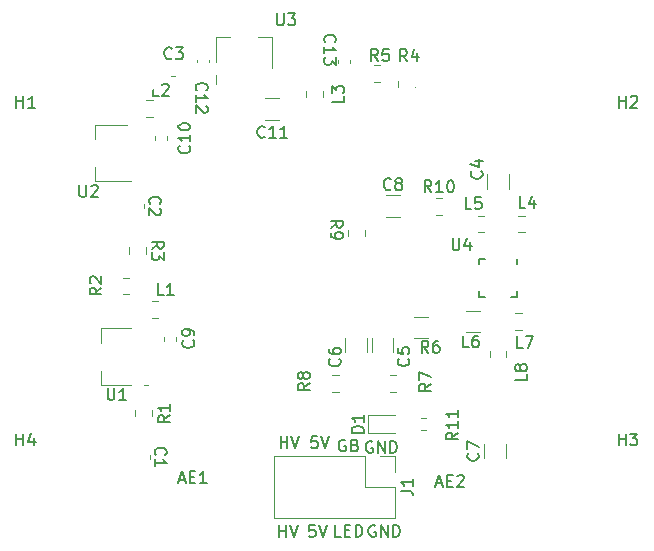
<source format=gto>
G04 #@! TF.GenerationSoftware,KiCad,Pcbnew,(5.99.0-221-ga18d3cc)*
G04 #@! TF.CreationDate,2019-11-20T11:38:58-07:00*
G04 #@! TF.ProjectId,av3-top,6176332d-746f-4702-9e6b-696361645f70,rev?*
G04 #@! TF.SameCoordinates,Original*
G04 #@! TF.FileFunction,Legend,Top*
G04 #@! TF.FilePolarity,Positive*
%FSLAX46Y46*%
G04 Gerber Fmt 4.6, Leading zero omitted, Abs format (unit mm)*
G04 Created by KiCad (PCBNEW (5.99.0-221-ga18d3cc)) date 2019-11-20 11:38:58*
%MOMM*%
%LPD*%
G04 APERTURE LIST*
%ADD10C,0.150000*%
%ADD11C,0.120000*%
%ADD12C,0.100000*%
%ADD13C,1.000000*%
%ADD14O,1.802000X1.802000*%
%ADD15R,1.802000X1.802000*%
%ADD16C,0.902000*%
%ADD17C,7.502000*%
%ADD18C,1.052000*%
%ADD19C,0.977000*%
%ADD20C,1.252000*%
%ADD21C,1.352000*%
%ADD22C,1.077000*%
%ADD23R,1.602000X5.182000*%
%ADD24O,0.852000X0.402000*%
%ADD25O,0.402000X0.852000*%
%ADD26C,1.102000*%
%ADD27R,2.302000X1.942000*%
%ADD28R,1.102000X1.602000*%
%ADD29R,1.102000X1.902000*%
%ADD30C,0.952000*%
%ADD31R,1.942000X2.302000*%
%ADD32R,1.602000X1.102000*%
%ADD33R,1.902000X1.102000*%
G04 APERTURE END LIST*
D10*
X144363095Y-145425000D02*
X144267857Y-145377380D01*
X144125000Y-145377380D01*
X143982142Y-145425000D01*
X143886904Y-145520238D01*
X143839285Y-145615476D01*
X143791666Y-145805952D01*
X143791666Y-145948809D01*
X143839285Y-146139285D01*
X143886904Y-146234523D01*
X143982142Y-146329761D01*
X144125000Y-146377380D01*
X144220238Y-146377380D01*
X144363095Y-146329761D01*
X144410714Y-146282142D01*
X144410714Y-145948809D01*
X144220238Y-145948809D01*
X144839285Y-146377380D02*
X144839285Y-145377380D01*
X145410714Y-146377380D01*
X145410714Y-145377380D01*
X145886904Y-146377380D02*
X145886904Y-145377380D01*
X146125000Y-145377380D01*
X146267857Y-145425000D01*
X146363095Y-145520238D01*
X146410714Y-145615476D01*
X146458333Y-145805952D01*
X146458333Y-145948809D01*
X146410714Y-146139285D01*
X146363095Y-146234523D01*
X146267857Y-146329761D01*
X146125000Y-146377380D01*
X145886904Y-146377380D01*
X141707142Y-153477380D02*
X141230952Y-153477380D01*
X141230952Y-152477380D01*
X142040476Y-152953571D02*
X142373809Y-152953571D01*
X142516666Y-153477380D02*
X142040476Y-153477380D01*
X142040476Y-152477380D01*
X142516666Y-152477380D01*
X142945238Y-153477380D02*
X142945238Y-152477380D01*
X143183333Y-152477380D01*
X143326190Y-152525000D01*
X143421428Y-152620238D01*
X143469047Y-152715476D01*
X143516666Y-152905952D01*
X143516666Y-153048809D01*
X143469047Y-153239285D01*
X143421428Y-153334523D01*
X143326190Y-153429761D01*
X143183333Y-153477380D01*
X142945238Y-153477380D01*
X142086904Y-145300000D02*
X141991666Y-145252380D01*
X141848809Y-145252380D01*
X141705952Y-145300000D01*
X141610714Y-145395238D01*
X141563095Y-145490476D01*
X141515476Y-145680952D01*
X141515476Y-145823809D01*
X141563095Y-146014285D01*
X141610714Y-146109523D01*
X141705952Y-146204761D01*
X141848809Y-146252380D01*
X141944047Y-146252380D01*
X142086904Y-146204761D01*
X142134523Y-146157142D01*
X142134523Y-145823809D01*
X141944047Y-145823809D01*
X142896428Y-145728571D02*
X143039285Y-145776190D01*
X143086904Y-145823809D01*
X143134523Y-145919047D01*
X143134523Y-146061904D01*
X143086904Y-146157142D01*
X143039285Y-146204761D01*
X142944047Y-146252380D01*
X142563095Y-146252380D01*
X142563095Y-145252380D01*
X142896428Y-145252380D01*
X142991666Y-145300000D01*
X143039285Y-145347619D01*
X143086904Y-145442857D01*
X143086904Y-145538095D01*
X143039285Y-145633333D01*
X142991666Y-145680952D01*
X142896428Y-145728571D01*
X142563095Y-145728571D01*
X136485714Y-153502380D02*
X136485714Y-152502380D01*
X136485714Y-152978571D02*
X137057142Y-152978571D01*
X137057142Y-153502380D02*
X137057142Y-152502380D01*
X137390476Y-152502380D02*
X137723809Y-153502380D01*
X138057142Y-152502380D01*
X139509523Y-152502380D02*
X139033333Y-152502380D01*
X138985714Y-152978571D01*
X139033333Y-152930952D01*
X139128571Y-152883333D01*
X139366666Y-152883333D01*
X139461904Y-152930952D01*
X139509523Y-152978571D01*
X139557142Y-153073809D01*
X139557142Y-153311904D01*
X139509523Y-153407142D01*
X139461904Y-153454761D01*
X139366666Y-153502380D01*
X139128571Y-153502380D01*
X139033333Y-153454761D01*
X138985714Y-153407142D01*
X139842857Y-152502380D02*
X140176190Y-153502380D01*
X140509523Y-152502380D01*
X144613095Y-152550000D02*
X144517857Y-152502380D01*
X144375000Y-152502380D01*
X144232142Y-152550000D01*
X144136904Y-152645238D01*
X144089285Y-152740476D01*
X144041666Y-152930952D01*
X144041666Y-153073809D01*
X144089285Y-153264285D01*
X144136904Y-153359523D01*
X144232142Y-153454761D01*
X144375000Y-153502380D01*
X144470238Y-153502380D01*
X144613095Y-153454761D01*
X144660714Y-153407142D01*
X144660714Y-153073809D01*
X144470238Y-153073809D01*
X145089285Y-153502380D02*
X145089285Y-152502380D01*
X145660714Y-153502380D01*
X145660714Y-152502380D01*
X146136904Y-153502380D02*
X146136904Y-152502380D01*
X146375000Y-152502380D01*
X146517857Y-152550000D01*
X146613095Y-152645238D01*
X146660714Y-152740476D01*
X146708333Y-152930952D01*
X146708333Y-153073809D01*
X146660714Y-153264285D01*
X146613095Y-153359523D01*
X146517857Y-153454761D01*
X146375000Y-153502380D01*
X146136904Y-153502380D01*
X139709523Y-144977380D02*
X139233333Y-144977380D01*
X139185714Y-145453571D01*
X139233333Y-145405952D01*
X139328571Y-145358333D01*
X139566666Y-145358333D01*
X139661904Y-145405952D01*
X139709523Y-145453571D01*
X139757142Y-145548809D01*
X139757142Y-145786904D01*
X139709523Y-145882142D01*
X139661904Y-145929761D01*
X139566666Y-145977380D01*
X139328571Y-145977380D01*
X139233333Y-145929761D01*
X139185714Y-145882142D01*
X140042857Y-144977380D02*
X140376190Y-145977380D01*
X140709523Y-144977380D01*
X136610714Y-145977380D02*
X136610714Y-144977380D01*
X136610714Y-145453571D02*
X137182142Y-145453571D01*
X137182142Y-145977380D02*
X137182142Y-144977380D01*
X137515476Y-144977380D02*
X137848809Y-145977380D01*
X138182142Y-144977380D01*
D11*
X136050000Y-146670000D02*
X136050000Y-151870000D01*
X143730000Y-146670000D02*
X136050000Y-146670000D01*
X146330000Y-151870000D02*
X136050000Y-151870000D01*
X143730000Y-146670000D02*
X143730000Y-149270000D01*
X143730000Y-149270000D02*
X146330000Y-149270000D01*
X146330000Y-149270000D02*
X146330000Y-151870000D01*
X145000000Y-146670000D02*
X146330000Y-146670000D01*
X146330000Y-146670000D02*
X146330000Y-148000000D01*
X148528733Y-143415000D02*
X148871267Y-143415000D01*
X148528733Y-144435000D02*
X148871267Y-144435000D01*
X146250000Y-143190000D02*
X143965000Y-143190000D01*
X143965000Y-143190000D02*
X143965000Y-144660000D01*
X143965000Y-144660000D02*
X146250000Y-144660000D01*
X142510000Y-113087221D02*
X142510000Y-113412779D01*
X141490000Y-113087221D02*
X141490000Y-113412779D01*
X130510000Y-113087221D02*
X130510000Y-113412779D01*
X129490000Y-113087221D02*
X129490000Y-113412779D01*
X125990000Y-119912779D02*
X125990000Y-119587221D01*
X127010000Y-119912779D02*
X127010000Y-119587221D01*
X126740000Y-136912779D02*
X126740000Y-136587221D01*
X127760000Y-136912779D02*
X127760000Y-136587221D01*
X127662779Y-114510000D02*
X127337221Y-114510000D01*
X127662779Y-113490000D02*
X127337221Y-113490000D01*
X125010000Y-125299721D02*
X125010000Y-125625279D01*
X123990000Y-125299721D02*
X123990000Y-125625279D01*
X125510000Y-146587221D02*
X125510000Y-146912779D01*
X124490000Y-146587221D02*
X124490000Y-146912779D01*
X149738748Y-124790000D02*
X150261252Y-124790000D01*
X149738748Y-126210000D02*
X150261252Y-126210000D01*
X143710000Y-127488748D02*
X143710000Y-128011252D01*
X142290000Y-127488748D02*
X142290000Y-128011252D01*
X140988748Y-139790000D02*
X141511252Y-139790000D01*
X140988748Y-141210000D02*
X141511252Y-141210000D01*
X146361252Y-141210000D02*
X145838748Y-141210000D01*
X146361252Y-139790000D02*
X145838748Y-139790000D01*
X149102064Y-136660000D02*
X147897936Y-136660000D01*
X149102064Y-134840000D02*
X147897936Y-134840000D01*
X144491422Y-113540000D02*
X145008578Y-113540000D01*
X144491422Y-114960000D02*
X145008578Y-114960000D01*
X147960000Y-114928922D02*
X147960000Y-115446078D01*
X146540000Y-114928922D02*
X146540000Y-115446078D01*
X125210000Y-128991422D02*
X125210000Y-129508578D01*
X123790000Y-128991422D02*
X123790000Y-129508578D01*
X123241422Y-131540000D02*
X123758578Y-131540000D01*
X123241422Y-132960000D02*
X123758578Y-132960000D01*
X124290000Y-143258578D02*
X124290000Y-142741422D01*
X125710000Y-143258578D02*
X125710000Y-142741422D01*
X154290000Y-138286252D02*
X154290000Y-137763748D01*
X155710000Y-138286252D02*
X155710000Y-137763748D01*
X156488748Y-134540000D02*
X157011252Y-134540000D01*
X156488748Y-135960000D02*
X157011252Y-135960000D01*
X152297936Y-134340000D02*
X153502064Y-134340000D01*
X152297936Y-136160000D02*
X153502064Y-136160000D01*
X153313748Y-126290000D02*
X153836252Y-126290000D01*
X153313748Y-127710000D02*
X153836252Y-127710000D01*
X156738748Y-126290000D02*
X157261252Y-126290000D01*
X156738748Y-127710000D02*
X157261252Y-127710000D01*
X138790000Y-116261252D02*
X138790000Y-115738748D01*
X140210000Y-116261252D02*
X140210000Y-115738748D01*
X125761252Y-117960000D02*
X125238748Y-117960000D01*
X125761252Y-116540000D02*
X125238748Y-116540000D01*
X126261252Y-134960000D02*
X125738748Y-134960000D01*
X126261252Y-133540000D02*
X125738748Y-133540000D01*
X135297936Y-116340000D02*
X136502064Y-116340000D01*
X135297936Y-118160000D02*
X136502064Y-118160000D01*
X145497936Y-124590000D02*
X146702064Y-124590000D01*
X145497936Y-126410000D02*
X146702064Y-126410000D01*
X153840000Y-146852064D02*
X153840000Y-145647936D01*
X155660000Y-146852064D02*
X155660000Y-145647936D01*
X142090000Y-137852064D02*
X142090000Y-136647936D01*
X143910000Y-137852064D02*
X143910000Y-136647936D01*
X144340000Y-137852064D02*
X144340000Y-136647936D01*
X146160000Y-137852064D02*
X146160000Y-136647936D01*
X154090000Y-124002064D02*
X154090000Y-122797936D01*
X155910000Y-124002064D02*
X155910000Y-122797936D01*
X154500000Y-148790000D02*
X154750000Y-149290000D01*
X155000000Y-148790000D02*
X154500000Y-148790000D01*
X154750000Y-149290000D02*
X155000000Y-148790000D01*
X124750000Y-148790000D02*
X125000000Y-149290000D01*
X125250000Y-148790000D02*
X124750000Y-148790000D01*
X125000000Y-149290000D02*
X125250000Y-148790000D01*
D10*
X156625000Y-133175000D02*
X156125000Y-133175000D01*
X153375000Y-129925000D02*
X153875000Y-129925000D01*
X153375000Y-133175000D02*
X153875000Y-133175000D01*
X156625000Y-129925000D02*
X156625000Y-130425000D01*
X153375000Y-129925000D02*
X153375000Y-130425000D01*
X153375000Y-133175000D02*
X153375000Y-132675000D01*
X156625000Y-133175000D02*
X156625000Y-132675000D01*
D11*
X134700000Y-111136500D02*
X135900000Y-111136500D01*
X135900000Y-111136500D02*
X135900000Y-113836500D01*
X131100000Y-115136500D02*
X131100000Y-111136500D01*
X131100000Y-111136500D02*
X132300000Y-111136500D01*
X120886500Y-119800000D02*
X120886500Y-118600000D01*
X120886500Y-118600000D02*
X123586500Y-118600000D01*
X124886500Y-123400000D02*
X120886500Y-123400000D01*
X120886500Y-123400000D02*
X120886500Y-122200000D01*
X121386500Y-137050000D02*
X121386500Y-135850000D01*
X121386500Y-135850000D02*
X124086500Y-135850000D01*
X125386500Y-140650000D02*
X121386500Y-140650000D01*
X121386500Y-140650000D02*
X121386500Y-139450000D01*
D10*
X146782380Y-149603333D02*
X147496666Y-149603333D01*
X147639523Y-149650952D01*
X147734761Y-149746190D01*
X147782380Y-149889047D01*
X147782380Y-149984285D01*
X147782380Y-148603333D02*
X147782380Y-149174761D01*
X147782380Y-148889047D02*
X146782380Y-148889047D01*
X146925238Y-148984285D01*
X147020476Y-149079523D01*
X147068095Y-149174761D01*
X114238095Y-145752380D02*
X114238095Y-144752380D01*
X114238095Y-145228571D02*
X114809523Y-145228571D01*
X114809523Y-145752380D02*
X114809523Y-144752380D01*
X115714285Y-145085714D02*
X115714285Y-145752380D01*
X115476190Y-144704761D02*
X115238095Y-145419047D01*
X115857142Y-145419047D01*
X165238095Y-145752380D02*
X165238095Y-144752380D01*
X165238095Y-145228571D02*
X165809523Y-145228571D01*
X165809523Y-145752380D02*
X165809523Y-144752380D01*
X166190476Y-144752380D02*
X166809523Y-144752380D01*
X166476190Y-145133333D01*
X166619047Y-145133333D01*
X166714285Y-145180952D01*
X166761904Y-145228571D01*
X166809523Y-145323809D01*
X166809523Y-145561904D01*
X166761904Y-145657142D01*
X166714285Y-145704761D01*
X166619047Y-145752380D01*
X166333333Y-145752380D01*
X166238095Y-145704761D01*
X166190476Y-145657142D01*
X165238095Y-117152380D02*
X165238095Y-116152380D01*
X165238095Y-116628571D02*
X165809523Y-116628571D01*
X165809523Y-117152380D02*
X165809523Y-116152380D01*
X166238095Y-116247619D02*
X166285714Y-116200000D01*
X166380952Y-116152380D01*
X166619047Y-116152380D01*
X166714285Y-116200000D01*
X166761904Y-116247619D01*
X166809523Y-116342857D01*
X166809523Y-116438095D01*
X166761904Y-116580952D01*
X166190476Y-117152380D01*
X166809523Y-117152380D01*
X114238095Y-117152380D02*
X114238095Y-116152380D01*
X114238095Y-116628571D02*
X114809523Y-116628571D01*
X114809523Y-117152380D02*
X114809523Y-116152380D01*
X115809523Y-117152380D02*
X115238095Y-117152380D01*
X115523809Y-117152380D02*
X115523809Y-116152380D01*
X115428571Y-116295238D01*
X115333333Y-116390476D01*
X115238095Y-116438095D01*
X151602380Y-144667857D02*
X151126190Y-145001190D01*
X151602380Y-145239285D02*
X150602380Y-145239285D01*
X150602380Y-144858333D01*
X150650000Y-144763095D01*
X150697619Y-144715476D01*
X150792857Y-144667857D01*
X150935714Y-144667857D01*
X151030952Y-144715476D01*
X151078571Y-144763095D01*
X151126190Y-144858333D01*
X151126190Y-145239285D01*
X151602380Y-143715476D02*
X151602380Y-144286904D01*
X151602380Y-144001190D02*
X150602380Y-144001190D01*
X150745238Y-144096428D01*
X150840476Y-144191666D01*
X150888095Y-144286904D01*
X151602380Y-142763095D02*
X151602380Y-143334523D01*
X151602380Y-143048809D02*
X150602380Y-143048809D01*
X150745238Y-143144047D01*
X150840476Y-143239285D01*
X150888095Y-143334523D01*
X143627380Y-144688095D02*
X142627380Y-144688095D01*
X142627380Y-144450000D01*
X142675000Y-144307142D01*
X142770238Y-144211904D01*
X142865476Y-144164285D01*
X143055952Y-144116666D01*
X143198809Y-144116666D01*
X143389285Y-144164285D01*
X143484523Y-144211904D01*
X143579761Y-144307142D01*
X143627380Y-144450000D01*
X143627380Y-144688095D01*
X143627380Y-143164285D02*
X143627380Y-143735714D01*
X143627380Y-143450000D02*
X142627380Y-143450000D01*
X142770238Y-143545238D01*
X142865476Y-143640476D01*
X142913095Y-143735714D01*
X140392857Y-111607142D02*
X140345238Y-111559523D01*
X140297619Y-111416666D01*
X140297619Y-111321428D01*
X140345238Y-111178571D01*
X140440476Y-111083333D01*
X140535714Y-111035714D01*
X140726190Y-110988095D01*
X140869047Y-110988095D01*
X141059523Y-111035714D01*
X141154761Y-111083333D01*
X141250000Y-111178571D01*
X141297619Y-111321428D01*
X141297619Y-111416666D01*
X141250000Y-111559523D01*
X141202380Y-111607142D01*
X140297619Y-112559523D02*
X140297619Y-111988095D01*
X140297619Y-112273809D02*
X141297619Y-112273809D01*
X141154761Y-112178571D01*
X141059523Y-112083333D01*
X141011904Y-111988095D01*
X141297619Y-112892857D02*
X141297619Y-113511904D01*
X140916666Y-113178571D01*
X140916666Y-113321428D01*
X140869047Y-113416666D01*
X140821428Y-113464285D01*
X140726190Y-113511904D01*
X140488095Y-113511904D01*
X140392857Y-113464285D01*
X140345238Y-113416666D01*
X140297619Y-113321428D01*
X140297619Y-113035714D01*
X140345238Y-112940476D01*
X140392857Y-112892857D01*
X129517857Y-115682142D02*
X129470238Y-115634523D01*
X129422619Y-115491666D01*
X129422619Y-115396428D01*
X129470238Y-115253571D01*
X129565476Y-115158333D01*
X129660714Y-115110714D01*
X129851190Y-115063095D01*
X129994047Y-115063095D01*
X130184523Y-115110714D01*
X130279761Y-115158333D01*
X130375000Y-115253571D01*
X130422619Y-115396428D01*
X130422619Y-115491666D01*
X130375000Y-115634523D01*
X130327380Y-115682142D01*
X129422619Y-116634523D02*
X129422619Y-116063095D01*
X129422619Y-116348809D02*
X130422619Y-116348809D01*
X130279761Y-116253571D01*
X130184523Y-116158333D01*
X130136904Y-116063095D01*
X130327380Y-117015476D02*
X130375000Y-117063095D01*
X130422619Y-117158333D01*
X130422619Y-117396428D01*
X130375000Y-117491666D01*
X130327380Y-117539285D01*
X130232142Y-117586904D01*
X130136904Y-117586904D01*
X129994047Y-117539285D01*
X129422619Y-116967857D01*
X129422619Y-117586904D01*
X128857142Y-120392857D02*
X128904761Y-120440476D01*
X128952380Y-120583333D01*
X128952380Y-120678571D01*
X128904761Y-120821428D01*
X128809523Y-120916666D01*
X128714285Y-120964285D01*
X128523809Y-121011904D01*
X128380952Y-121011904D01*
X128190476Y-120964285D01*
X128095238Y-120916666D01*
X128000000Y-120821428D01*
X127952380Y-120678571D01*
X127952380Y-120583333D01*
X128000000Y-120440476D01*
X128047619Y-120392857D01*
X128952380Y-119440476D02*
X128952380Y-120011904D01*
X128952380Y-119726190D02*
X127952380Y-119726190D01*
X128095238Y-119821428D01*
X128190476Y-119916666D01*
X128238095Y-120011904D01*
X127952380Y-118821428D02*
X127952380Y-118726190D01*
X128000000Y-118630952D01*
X128047619Y-118583333D01*
X128142857Y-118535714D01*
X128333333Y-118488095D01*
X128571428Y-118488095D01*
X128761904Y-118535714D01*
X128857142Y-118583333D01*
X128904761Y-118630952D01*
X128952380Y-118726190D01*
X128952380Y-118821428D01*
X128904761Y-118916666D01*
X128857142Y-118964285D01*
X128761904Y-119011904D01*
X128571428Y-119059523D01*
X128333333Y-119059523D01*
X128142857Y-119011904D01*
X128047619Y-118964285D01*
X128000000Y-118916666D01*
X127952380Y-118821428D01*
X129182142Y-136866666D02*
X129229761Y-136914285D01*
X129277380Y-137057142D01*
X129277380Y-137152380D01*
X129229761Y-137295238D01*
X129134523Y-137390476D01*
X129039285Y-137438095D01*
X128848809Y-137485714D01*
X128705952Y-137485714D01*
X128515476Y-137438095D01*
X128420238Y-137390476D01*
X128325000Y-137295238D01*
X128277380Y-137152380D01*
X128277380Y-137057142D01*
X128325000Y-136914285D01*
X128372619Y-136866666D01*
X129277380Y-136390476D02*
X129277380Y-136200000D01*
X129229761Y-136104761D01*
X129182142Y-136057142D01*
X129039285Y-135961904D01*
X128848809Y-135914285D01*
X128467857Y-135914285D01*
X128372619Y-135961904D01*
X128325000Y-136009523D01*
X128277380Y-136104761D01*
X128277380Y-136295238D01*
X128325000Y-136390476D01*
X128372619Y-136438095D01*
X128467857Y-136485714D01*
X128705952Y-136485714D01*
X128801190Y-136438095D01*
X128848809Y-136390476D01*
X128896428Y-136295238D01*
X128896428Y-136104761D01*
X128848809Y-136009523D01*
X128801190Y-135961904D01*
X128705952Y-135914285D01*
X127383333Y-112957142D02*
X127335714Y-113004761D01*
X127192857Y-113052380D01*
X127097619Y-113052380D01*
X126954761Y-113004761D01*
X126859523Y-112909523D01*
X126811904Y-112814285D01*
X126764285Y-112623809D01*
X126764285Y-112480952D01*
X126811904Y-112290476D01*
X126859523Y-112195238D01*
X126954761Y-112100000D01*
X127097619Y-112052380D01*
X127192857Y-112052380D01*
X127335714Y-112100000D01*
X127383333Y-112147619D01*
X127716666Y-112052380D02*
X128335714Y-112052380D01*
X128002380Y-112433333D01*
X128145238Y-112433333D01*
X128240476Y-112480952D01*
X128288095Y-112528571D01*
X128335714Y-112623809D01*
X128335714Y-112861904D01*
X128288095Y-112957142D01*
X128240476Y-113004761D01*
X128145238Y-113052380D01*
X127859523Y-113052380D01*
X127764285Y-113004761D01*
X127716666Y-112957142D01*
X125572857Y-125295833D02*
X125525238Y-125248214D01*
X125477619Y-125105357D01*
X125477619Y-125010119D01*
X125525238Y-124867261D01*
X125620476Y-124772023D01*
X125715714Y-124724404D01*
X125906190Y-124676785D01*
X126049047Y-124676785D01*
X126239523Y-124724404D01*
X126334761Y-124772023D01*
X126430000Y-124867261D01*
X126477619Y-125010119D01*
X126477619Y-125105357D01*
X126430000Y-125248214D01*
X126382380Y-125295833D01*
X126382380Y-125676785D02*
X126430000Y-125724404D01*
X126477619Y-125819642D01*
X126477619Y-126057738D01*
X126430000Y-126152976D01*
X126382380Y-126200595D01*
X126287142Y-126248214D01*
X126191904Y-126248214D01*
X126049047Y-126200595D01*
X125477619Y-125629166D01*
X125477619Y-126248214D01*
X126042857Y-146558333D02*
X125995238Y-146510714D01*
X125947619Y-146367857D01*
X125947619Y-146272619D01*
X125995238Y-146129761D01*
X126090476Y-146034523D01*
X126185714Y-145986904D01*
X126376190Y-145939285D01*
X126519047Y-145939285D01*
X126709523Y-145986904D01*
X126804761Y-146034523D01*
X126900000Y-146129761D01*
X126947619Y-146272619D01*
X126947619Y-146367857D01*
X126900000Y-146510714D01*
X126852380Y-146558333D01*
X125947619Y-147510714D02*
X125947619Y-146939285D01*
X125947619Y-147225000D02*
X126947619Y-147225000D01*
X126804761Y-147129761D01*
X126709523Y-147034523D01*
X126661904Y-146939285D01*
X149357142Y-124302380D02*
X149023809Y-123826190D01*
X148785714Y-124302380D02*
X148785714Y-123302380D01*
X149166666Y-123302380D01*
X149261904Y-123350000D01*
X149309523Y-123397619D01*
X149357142Y-123492857D01*
X149357142Y-123635714D01*
X149309523Y-123730952D01*
X149261904Y-123778571D01*
X149166666Y-123826190D01*
X148785714Y-123826190D01*
X150309523Y-124302380D02*
X149738095Y-124302380D01*
X150023809Y-124302380D02*
X150023809Y-123302380D01*
X149928571Y-123445238D01*
X149833333Y-123540476D01*
X149738095Y-123588095D01*
X150928571Y-123302380D02*
X151023809Y-123302380D01*
X151119047Y-123350000D01*
X151166666Y-123397619D01*
X151214285Y-123492857D01*
X151261904Y-123683333D01*
X151261904Y-123921428D01*
X151214285Y-124111904D01*
X151166666Y-124207142D01*
X151119047Y-124254761D01*
X151023809Y-124302380D01*
X150928571Y-124302380D01*
X150833333Y-124254761D01*
X150785714Y-124207142D01*
X150738095Y-124111904D01*
X150690476Y-123921428D01*
X150690476Y-123683333D01*
X150738095Y-123492857D01*
X150785714Y-123397619D01*
X150833333Y-123350000D01*
X150928571Y-123302380D01*
X140847619Y-127308333D02*
X141323809Y-126975000D01*
X140847619Y-126736904D02*
X141847619Y-126736904D01*
X141847619Y-127117857D01*
X141800000Y-127213095D01*
X141752380Y-127260714D01*
X141657142Y-127308333D01*
X141514285Y-127308333D01*
X141419047Y-127260714D01*
X141371428Y-127213095D01*
X141323809Y-127117857D01*
X141323809Y-126736904D01*
X140847619Y-127784523D02*
X140847619Y-127975000D01*
X140895238Y-128070238D01*
X140942857Y-128117857D01*
X141085714Y-128213095D01*
X141276190Y-128260714D01*
X141657142Y-128260714D01*
X141752380Y-128213095D01*
X141800000Y-128165476D01*
X141847619Y-128070238D01*
X141847619Y-127879761D01*
X141800000Y-127784523D01*
X141752380Y-127736904D01*
X141657142Y-127689285D01*
X141419047Y-127689285D01*
X141323809Y-127736904D01*
X141276190Y-127784523D01*
X141228571Y-127879761D01*
X141228571Y-128070238D01*
X141276190Y-128165476D01*
X141323809Y-128213095D01*
X141419047Y-128260714D01*
X139052380Y-140491666D02*
X138576190Y-140825000D01*
X139052380Y-141063095D02*
X138052380Y-141063095D01*
X138052380Y-140682142D01*
X138100000Y-140586904D01*
X138147619Y-140539285D01*
X138242857Y-140491666D01*
X138385714Y-140491666D01*
X138480952Y-140539285D01*
X138528571Y-140586904D01*
X138576190Y-140682142D01*
X138576190Y-141063095D01*
X138480952Y-139920238D02*
X138433333Y-140015476D01*
X138385714Y-140063095D01*
X138290476Y-140110714D01*
X138242857Y-140110714D01*
X138147619Y-140063095D01*
X138100000Y-140015476D01*
X138052380Y-139920238D01*
X138052380Y-139729761D01*
X138100000Y-139634523D01*
X138147619Y-139586904D01*
X138242857Y-139539285D01*
X138290476Y-139539285D01*
X138385714Y-139586904D01*
X138433333Y-139634523D01*
X138480952Y-139729761D01*
X138480952Y-139920238D01*
X138528571Y-140015476D01*
X138576190Y-140063095D01*
X138671428Y-140110714D01*
X138861904Y-140110714D01*
X138957142Y-140063095D01*
X139004761Y-140015476D01*
X139052380Y-139920238D01*
X139052380Y-139729761D01*
X139004761Y-139634523D01*
X138957142Y-139586904D01*
X138861904Y-139539285D01*
X138671428Y-139539285D01*
X138576190Y-139586904D01*
X138528571Y-139634523D01*
X138480952Y-139729761D01*
X149327380Y-140541666D02*
X148851190Y-140875000D01*
X149327380Y-141113095D02*
X148327380Y-141113095D01*
X148327380Y-140732142D01*
X148375000Y-140636904D01*
X148422619Y-140589285D01*
X148517857Y-140541666D01*
X148660714Y-140541666D01*
X148755952Y-140589285D01*
X148803571Y-140636904D01*
X148851190Y-140732142D01*
X148851190Y-141113095D01*
X148327380Y-140208333D02*
X148327380Y-139541666D01*
X149327380Y-139970238D01*
X149108333Y-137902380D02*
X148775000Y-137426190D01*
X148536904Y-137902380D02*
X148536904Y-136902380D01*
X148917857Y-136902380D01*
X149013095Y-136950000D01*
X149060714Y-136997619D01*
X149108333Y-137092857D01*
X149108333Y-137235714D01*
X149060714Y-137330952D01*
X149013095Y-137378571D01*
X148917857Y-137426190D01*
X148536904Y-137426190D01*
X149965476Y-136902380D02*
X149775000Y-136902380D01*
X149679761Y-136950000D01*
X149632142Y-136997619D01*
X149536904Y-137140476D01*
X149489285Y-137330952D01*
X149489285Y-137711904D01*
X149536904Y-137807142D01*
X149584523Y-137854761D01*
X149679761Y-137902380D01*
X149870238Y-137902380D01*
X149965476Y-137854761D01*
X150013095Y-137807142D01*
X150060714Y-137711904D01*
X150060714Y-137473809D01*
X150013095Y-137378571D01*
X149965476Y-137330952D01*
X149870238Y-137283333D01*
X149679761Y-137283333D01*
X149584523Y-137330952D01*
X149536904Y-137378571D01*
X149489285Y-137473809D01*
X144833333Y-113202380D02*
X144500000Y-112726190D01*
X144261904Y-113202380D02*
X144261904Y-112202380D01*
X144642857Y-112202380D01*
X144738095Y-112250000D01*
X144785714Y-112297619D01*
X144833333Y-112392857D01*
X144833333Y-112535714D01*
X144785714Y-112630952D01*
X144738095Y-112678571D01*
X144642857Y-112726190D01*
X144261904Y-112726190D01*
X145738095Y-112202380D02*
X145261904Y-112202380D01*
X145214285Y-112678571D01*
X145261904Y-112630952D01*
X145357142Y-112583333D01*
X145595238Y-112583333D01*
X145690476Y-112630952D01*
X145738095Y-112678571D01*
X145785714Y-112773809D01*
X145785714Y-113011904D01*
X145738095Y-113107142D01*
X145690476Y-113154761D01*
X145595238Y-113202380D01*
X145357142Y-113202380D01*
X145261904Y-113154761D01*
X145214285Y-113107142D01*
X147308333Y-113227380D02*
X146975000Y-112751190D01*
X146736904Y-113227380D02*
X146736904Y-112227380D01*
X147117857Y-112227380D01*
X147213095Y-112275000D01*
X147260714Y-112322619D01*
X147308333Y-112417857D01*
X147308333Y-112560714D01*
X147260714Y-112655952D01*
X147213095Y-112703571D01*
X147117857Y-112751190D01*
X146736904Y-112751190D01*
X148165476Y-112560714D02*
X148165476Y-113227380D01*
X147927380Y-112179761D02*
X147689285Y-112894047D01*
X148308333Y-112894047D01*
X125697619Y-129083333D02*
X126173809Y-128750000D01*
X125697619Y-128511904D02*
X126697619Y-128511904D01*
X126697619Y-128892857D01*
X126650000Y-128988095D01*
X126602380Y-129035714D01*
X126507142Y-129083333D01*
X126364285Y-129083333D01*
X126269047Y-129035714D01*
X126221428Y-128988095D01*
X126173809Y-128892857D01*
X126173809Y-128511904D01*
X126697619Y-129416666D02*
X126697619Y-130035714D01*
X126316666Y-129702380D01*
X126316666Y-129845238D01*
X126269047Y-129940476D01*
X126221428Y-129988095D01*
X126126190Y-130035714D01*
X125888095Y-130035714D01*
X125792857Y-129988095D01*
X125745238Y-129940476D01*
X125697619Y-129845238D01*
X125697619Y-129559523D01*
X125745238Y-129464285D01*
X125792857Y-129416666D01*
X121427380Y-132391666D02*
X120951190Y-132725000D01*
X121427380Y-132963095D02*
X120427380Y-132963095D01*
X120427380Y-132582142D01*
X120475000Y-132486904D01*
X120522619Y-132439285D01*
X120617857Y-132391666D01*
X120760714Y-132391666D01*
X120855952Y-132439285D01*
X120903571Y-132486904D01*
X120951190Y-132582142D01*
X120951190Y-132963095D01*
X120522619Y-132010714D02*
X120475000Y-131963095D01*
X120427380Y-131867857D01*
X120427380Y-131629761D01*
X120475000Y-131534523D01*
X120522619Y-131486904D01*
X120617857Y-131439285D01*
X120713095Y-131439285D01*
X120855952Y-131486904D01*
X121427380Y-132058333D01*
X121427380Y-131439285D01*
X127227380Y-143216666D02*
X126751190Y-143550000D01*
X127227380Y-143788095D02*
X126227380Y-143788095D01*
X126227380Y-143407142D01*
X126275000Y-143311904D01*
X126322619Y-143264285D01*
X126417857Y-143216666D01*
X126560714Y-143216666D01*
X126655952Y-143264285D01*
X126703571Y-143311904D01*
X126751190Y-143407142D01*
X126751190Y-143788095D01*
X127227380Y-142264285D02*
X127227380Y-142835714D01*
X127227380Y-142550000D02*
X126227380Y-142550000D01*
X126370238Y-142645238D01*
X126465476Y-142740476D01*
X126513095Y-142835714D01*
X157452380Y-139741666D02*
X157452380Y-140217857D01*
X156452380Y-140217857D01*
X156880952Y-139265476D02*
X156833333Y-139360714D01*
X156785714Y-139408333D01*
X156690476Y-139455952D01*
X156642857Y-139455952D01*
X156547619Y-139408333D01*
X156500000Y-139360714D01*
X156452380Y-139265476D01*
X156452380Y-139075000D01*
X156500000Y-138979761D01*
X156547619Y-138932142D01*
X156642857Y-138884523D01*
X156690476Y-138884523D01*
X156785714Y-138932142D01*
X156833333Y-138979761D01*
X156880952Y-139075000D01*
X156880952Y-139265476D01*
X156928571Y-139360714D01*
X156976190Y-139408333D01*
X157071428Y-139455952D01*
X157261904Y-139455952D01*
X157357142Y-139408333D01*
X157404761Y-139360714D01*
X157452380Y-139265476D01*
X157452380Y-139075000D01*
X157404761Y-138979761D01*
X157357142Y-138932142D01*
X157261904Y-138884523D01*
X157071428Y-138884523D01*
X156976190Y-138932142D01*
X156928571Y-138979761D01*
X156880952Y-139075000D01*
X157108333Y-137477380D02*
X156632142Y-137477380D01*
X156632142Y-136477380D01*
X157346428Y-136477380D02*
X158013095Y-136477380D01*
X157584523Y-137477380D01*
X152533333Y-137452380D02*
X152057142Y-137452380D01*
X152057142Y-136452380D01*
X153295238Y-136452380D02*
X153104761Y-136452380D01*
X153009523Y-136500000D01*
X152961904Y-136547619D01*
X152866666Y-136690476D01*
X152819047Y-136880952D01*
X152819047Y-137261904D01*
X152866666Y-137357142D01*
X152914285Y-137404761D01*
X153009523Y-137452380D01*
X153200000Y-137452380D01*
X153295238Y-137404761D01*
X153342857Y-137357142D01*
X153390476Y-137261904D01*
X153390476Y-137023809D01*
X153342857Y-136928571D01*
X153295238Y-136880952D01*
X153200000Y-136833333D01*
X153009523Y-136833333D01*
X152914285Y-136880952D01*
X152866666Y-136928571D01*
X152819047Y-137023809D01*
X152758333Y-125727380D02*
X152282142Y-125727380D01*
X152282142Y-124727380D01*
X153567857Y-124727380D02*
X153091666Y-124727380D01*
X153044047Y-125203571D01*
X153091666Y-125155952D01*
X153186904Y-125108333D01*
X153425000Y-125108333D01*
X153520238Y-125155952D01*
X153567857Y-125203571D01*
X153615476Y-125298809D01*
X153615476Y-125536904D01*
X153567857Y-125632142D01*
X153520238Y-125679761D01*
X153425000Y-125727380D01*
X153186904Y-125727380D01*
X153091666Y-125679761D01*
X153044047Y-125632142D01*
X157333333Y-125652380D02*
X156857142Y-125652380D01*
X156857142Y-124652380D01*
X158095238Y-124985714D02*
X158095238Y-125652380D01*
X157857142Y-124604761D02*
X157619047Y-125319047D01*
X158238095Y-125319047D01*
X141952380Y-116166666D02*
X141952380Y-116642857D01*
X140952380Y-116642857D01*
X140952380Y-115928571D02*
X140952380Y-115309523D01*
X141333333Y-115642857D01*
X141333333Y-115500000D01*
X141380952Y-115404761D01*
X141428571Y-115357142D01*
X141523809Y-115309523D01*
X141761904Y-115309523D01*
X141857142Y-115357142D01*
X141904761Y-115404761D01*
X141952380Y-115500000D01*
X141952380Y-115785714D01*
X141904761Y-115880952D01*
X141857142Y-115928571D01*
X126283333Y-116127380D02*
X125807142Y-116127380D01*
X125807142Y-115127380D01*
X126569047Y-115222619D02*
X126616666Y-115175000D01*
X126711904Y-115127380D01*
X126950000Y-115127380D01*
X127045238Y-115175000D01*
X127092857Y-115222619D01*
X127140476Y-115317857D01*
X127140476Y-115413095D01*
X127092857Y-115555952D01*
X126521428Y-116127380D01*
X127140476Y-116127380D01*
X126708333Y-133027380D02*
X126232142Y-133027380D01*
X126232142Y-132027380D01*
X127565476Y-133027380D02*
X126994047Y-133027380D01*
X127279761Y-133027380D02*
X127279761Y-132027380D01*
X127184523Y-132170238D01*
X127089285Y-132265476D01*
X126994047Y-132313095D01*
X135257142Y-119607142D02*
X135209523Y-119654761D01*
X135066666Y-119702380D01*
X134971428Y-119702380D01*
X134828571Y-119654761D01*
X134733333Y-119559523D01*
X134685714Y-119464285D01*
X134638095Y-119273809D01*
X134638095Y-119130952D01*
X134685714Y-118940476D01*
X134733333Y-118845238D01*
X134828571Y-118750000D01*
X134971428Y-118702380D01*
X135066666Y-118702380D01*
X135209523Y-118750000D01*
X135257142Y-118797619D01*
X136209523Y-119702380D02*
X135638095Y-119702380D01*
X135923809Y-119702380D02*
X135923809Y-118702380D01*
X135828571Y-118845238D01*
X135733333Y-118940476D01*
X135638095Y-118988095D01*
X137161904Y-119702380D02*
X136590476Y-119702380D01*
X136876190Y-119702380D02*
X136876190Y-118702380D01*
X136780952Y-118845238D01*
X136685714Y-118940476D01*
X136590476Y-118988095D01*
X145933333Y-124037142D02*
X145885714Y-124084761D01*
X145742857Y-124132380D01*
X145647619Y-124132380D01*
X145504761Y-124084761D01*
X145409523Y-123989523D01*
X145361904Y-123894285D01*
X145314285Y-123703809D01*
X145314285Y-123560952D01*
X145361904Y-123370476D01*
X145409523Y-123275238D01*
X145504761Y-123180000D01*
X145647619Y-123132380D01*
X145742857Y-123132380D01*
X145885714Y-123180000D01*
X145933333Y-123227619D01*
X146504761Y-123560952D02*
X146409523Y-123513333D01*
X146361904Y-123465714D01*
X146314285Y-123370476D01*
X146314285Y-123322857D01*
X146361904Y-123227619D01*
X146409523Y-123180000D01*
X146504761Y-123132380D01*
X146695238Y-123132380D01*
X146790476Y-123180000D01*
X146838095Y-123227619D01*
X146885714Y-123322857D01*
X146885714Y-123370476D01*
X146838095Y-123465714D01*
X146790476Y-123513333D01*
X146695238Y-123560952D01*
X146504761Y-123560952D01*
X146409523Y-123608571D01*
X146361904Y-123656190D01*
X146314285Y-123751428D01*
X146314285Y-123941904D01*
X146361904Y-124037142D01*
X146409523Y-124084761D01*
X146504761Y-124132380D01*
X146695238Y-124132380D01*
X146790476Y-124084761D01*
X146838095Y-124037142D01*
X146885714Y-123941904D01*
X146885714Y-123751428D01*
X146838095Y-123656190D01*
X146790476Y-123608571D01*
X146695238Y-123560952D01*
X153287142Y-146416666D02*
X153334761Y-146464285D01*
X153382380Y-146607142D01*
X153382380Y-146702380D01*
X153334761Y-146845238D01*
X153239523Y-146940476D01*
X153144285Y-146988095D01*
X152953809Y-147035714D01*
X152810952Y-147035714D01*
X152620476Y-146988095D01*
X152525238Y-146940476D01*
X152430000Y-146845238D01*
X152382380Y-146702380D01*
X152382380Y-146607142D01*
X152430000Y-146464285D01*
X152477619Y-146416666D01*
X152382380Y-146083333D02*
X152382380Y-145416666D01*
X153382380Y-145845238D01*
X141582142Y-138416666D02*
X141629761Y-138464285D01*
X141677380Y-138607142D01*
X141677380Y-138702380D01*
X141629761Y-138845238D01*
X141534523Y-138940476D01*
X141439285Y-138988095D01*
X141248809Y-139035714D01*
X141105952Y-139035714D01*
X140915476Y-138988095D01*
X140820238Y-138940476D01*
X140725000Y-138845238D01*
X140677380Y-138702380D01*
X140677380Y-138607142D01*
X140725000Y-138464285D01*
X140772619Y-138416666D01*
X140677380Y-137559523D02*
X140677380Y-137750000D01*
X140725000Y-137845238D01*
X140772619Y-137892857D01*
X140915476Y-137988095D01*
X141105952Y-138035714D01*
X141486904Y-138035714D01*
X141582142Y-137988095D01*
X141629761Y-137940476D01*
X141677380Y-137845238D01*
X141677380Y-137654761D01*
X141629761Y-137559523D01*
X141582142Y-137511904D01*
X141486904Y-137464285D01*
X141248809Y-137464285D01*
X141153571Y-137511904D01*
X141105952Y-137559523D01*
X141058333Y-137654761D01*
X141058333Y-137845238D01*
X141105952Y-137940476D01*
X141153571Y-137988095D01*
X141248809Y-138035714D01*
X147407142Y-138391666D02*
X147454761Y-138439285D01*
X147502380Y-138582142D01*
X147502380Y-138677380D01*
X147454761Y-138820238D01*
X147359523Y-138915476D01*
X147264285Y-138963095D01*
X147073809Y-139010714D01*
X146930952Y-139010714D01*
X146740476Y-138963095D01*
X146645238Y-138915476D01*
X146550000Y-138820238D01*
X146502380Y-138677380D01*
X146502380Y-138582142D01*
X146550000Y-138439285D01*
X146597619Y-138391666D01*
X146502380Y-137486904D02*
X146502380Y-137963095D01*
X146978571Y-138010714D01*
X146930952Y-137963095D01*
X146883333Y-137867857D01*
X146883333Y-137629761D01*
X146930952Y-137534523D01*
X146978571Y-137486904D01*
X147073809Y-137439285D01*
X147311904Y-137439285D01*
X147407142Y-137486904D01*
X147454761Y-137534523D01*
X147502380Y-137629761D01*
X147502380Y-137867857D01*
X147454761Y-137963095D01*
X147407142Y-138010714D01*
X153607142Y-122541666D02*
X153654761Y-122589285D01*
X153702380Y-122732142D01*
X153702380Y-122827380D01*
X153654761Y-122970238D01*
X153559523Y-123065476D01*
X153464285Y-123113095D01*
X153273809Y-123160714D01*
X153130952Y-123160714D01*
X152940476Y-123113095D01*
X152845238Y-123065476D01*
X152750000Y-122970238D01*
X152702380Y-122827380D01*
X152702380Y-122732142D01*
X152750000Y-122589285D01*
X152797619Y-122541666D01*
X153035714Y-121684523D02*
X153702380Y-121684523D01*
X152654761Y-121922619D02*
X153369047Y-122160714D01*
X153369047Y-121541666D01*
X149783333Y-148966666D02*
X150259523Y-148966666D01*
X149688095Y-149252380D02*
X150021428Y-148252380D01*
X150354761Y-149252380D01*
X150688095Y-148728571D02*
X151021428Y-148728571D01*
X151164285Y-149252380D02*
X150688095Y-149252380D01*
X150688095Y-148252380D01*
X151164285Y-148252380D01*
X151545238Y-148347619D02*
X151592857Y-148300000D01*
X151688095Y-148252380D01*
X151926190Y-148252380D01*
X152021428Y-148300000D01*
X152069047Y-148347619D01*
X152116666Y-148442857D01*
X152116666Y-148538095D01*
X152069047Y-148680952D01*
X151497619Y-149252380D01*
X152116666Y-149252380D01*
X128008333Y-148641666D02*
X128484523Y-148641666D01*
X127913095Y-148927380D02*
X128246428Y-147927380D01*
X128579761Y-148927380D01*
X128913095Y-148403571D02*
X129246428Y-148403571D01*
X129389285Y-148927380D02*
X128913095Y-148927380D01*
X128913095Y-147927380D01*
X129389285Y-147927380D01*
X130341666Y-148927380D02*
X129770238Y-148927380D01*
X130055952Y-148927380D02*
X130055952Y-147927380D01*
X129960714Y-148070238D01*
X129865476Y-148165476D01*
X129770238Y-148213095D01*
X151163095Y-128227380D02*
X151163095Y-129036904D01*
X151210714Y-129132142D01*
X151258333Y-129179761D01*
X151353571Y-129227380D01*
X151544047Y-129227380D01*
X151639285Y-129179761D01*
X151686904Y-129132142D01*
X151734523Y-129036904D01*
X151734523Y-128227380D01*
X152639285Y-128560714D02*
X152639285Y-129227380D01*
X152401190Y-128179761D02*
X152163095Y-128894047D01*
X152782142Y-128894047D01*
X136288095Y-109177380D02*
X136288095Y-109986904D01*
X136335714Y-110082142D01*
X136383333Y-110129761D01*
X136478571Y-110177380D01*
X136669047Y-110177380D01*
X136764285Y-110129761D01*
X136811904Y-110082142D01*
X136859523Y-109986904D01*
X136859523Y-109177380D01*
X137240476Y-109177380D02*
X137859523Y-109177380D01*
X137526190Y-109558333D01*
X137669047Y-109558333D01*
X137764285Y-109605952D01*
X137811904Y-109653571D01*
X137859523Y-109748809D01*
X137859523Y-109986904D01*
X137811904Y-110082142D01*
X137764285Y-110129761D01*
X137669047Y-110177380D01*
X137383333Y-110177380D01*
X137288095Y-110129761D01*
X137240476Y-110082142D01*
X119563095Y-123702380D02*
X119563095Y-124511904D01*
X119610714Y-124607142D01*
X119658333Y-124654761D01*
X119753571Y-124702380D01*
X119944047Y-124702380D01*
X120039285Y-124654761D01*
X120086904Y-124607142D01*
X120134523Y-124511904D01*
X120134523Y-123702380D01*
X120563095Y-123797619D02*
X120610714Y-123750000D01*
X120705952Y-123702380D01*
X120944047Y-123702380D01*
X121039285Y-123750000D01*
X121086904Y-123797619D01*
X121134523Y-123892857D01*
X121134523Y-123988095D01*
X121086904Y-124130952D01*
X120515476Y-124702380D01*
X121134523Y-124702380D01*
X121954595Y-140902380D02*
X121954595Y-141711904D01*
X122002214Y-141807142D01*
X122049833Y-141854761D01*
X122145071Y-141902380D01*
X122335547Y-141902380D01*
X122430785Y-141854761D01*
X122478404Y-141807142D01*
X122526023Y-141711904D01*
X122526023Y-140902380D01*
X123526023Y-141902380D02*
X122954595Y-141902380D01*
X123240309Y-141902380D02*
X123240309Y-140902380D01*
X123145071Y-141045238D01*
X123049833Y-141140476D01*
X122954595Y-141188095D01*
%LPC*%
D12*
G36*
X118750000Y-140250000D02*
G01*
X112900000Y-140250000D01*
X112900000Y-121225000D01*
X118750000Y-121225000D01*
X118750000Y-140250000D01*
G37*
X118750000Y-140250000D02*
X112900000Y-140250000D01*
X112900000Y-121225000D01*
X118750000Y-121225000D01*
X118750000Y-140250000D01*
D13*
X154800000Y-147900000D02*
X154800000Y-150100000D01*
X155000000Y-133000000D02*
X155000000Y-136900000D01*
X155000000Y-139800000D02*
X155000000Y-144500000D01*
X155200000Y-124800000D02*
X155200000Y-129200000D01*
X147700000Y-114400000D02*
X155050000Y-121850000D01*
X124550000Y-116150000D02*
X126750000Y-114000000D01*
X124500000Y-116200000D02*
X124500000Y-119500000D01*
X132000000Y-113900000D02*
X126800000Y-113900000D01*
X147450000Y-114350000D02*
X134350000Y-114350000D01*
X124500000Y-136800000D02*
X124500000Y-122700000D01*
X124500000Y-141900000D02*
X124500000Y-139800000D01*
X125000000Y-151000000D02*
X125000000Y-144000000D01*
D14*
X137380000Y-150540000D03*
X137380000Y-148000000D03*
X139920000Y-150540000D03*
X139920000Y-148000000D03*
X142460000Y-150540000D03*
X142460000Y-148000000D03*
X145000000Y-150540000D03*
D15*
X145000000Y-148000000D03*
D16*
X116962221Y-148037779D03*
X115000000Y-147225000D03*
X113037779Y-148037779D03*
X112225000Y-150000000D03*
X113037779Y-151962221D03*
X115000000Y-152775000D03*
X116962221Y-151962221D03*
X117775000Y-150000000D03*
D17*
X115000000Y-150000000D03*
D16*
X167962221Y-148037779D03*
X166000000Y-147225000D03*
X164037779Y-148037779D03*
X163225000Y-150000000D03*
X164037779Y-151962221D03*
X166000000Y-152775000D03*
X167962221Y-151962221D03*
X168775000Y-150000000D03*
D17*
X166000000Y-150000000D03*
D16*
X164037779Y-113962221D03*
X166000000Y-114775000D03*
X167962221Y-113962221D03*
X168775000Y-112000000D03*
X167962221Y-110037779D03*
X166000000Y-109225000D03*
X164037779Y-110037779D03*
X163225000Y-112000000D03*
D17*
X166000000Y-112000000D03*
D16*
X113037779Y-113962221D03*
X115000000Y-114775000D03*
X116962221Y-113962221D03*
X117775000Y-112000000D03*
X116962221Y-110037779D03*
X115000000Y-109225000D03*
X113037779Y-110037779D03*
X112225000Y-112000000D03*
D17*
X115000000Y-112000000D03*
D12*
G36*
X149988646Y-143419020D02*
G01*
X150073969Y-143476031D01*
X150130980Y-143561354D01*
X150151000Y-143662000D01*
X150151000Y-144188000D01*
X150130980Y-144288646D01*
X150073969Y-144373969D01*
X149988646Y-144430980D01*
X149888000Y-144451000D01*
X149262000Y-144451000D01*
X149161354Y-144430980D01*
X149076031Y-144373969D01*
X149019020Y-144288646D01*
X148999000Y-144188000D01*
X148999000Y-143662000D01*
X149019020Y-143561354D01*
X149076031Y-143476031D01*
X149161354Y-143419020D01*
X149262000Y-143399000D01*
X149888000Y-143399000D01*
X149988646Y-143419020D01*
G37*
D18*
X149575000Y-143925000D03*
D12*
G36*
X148238646Y-143419020D02*
G01*
X148323969Y-143476031D01*
X148380980Y-143561354D01*
X148401000Y-143662000D01*
X148401000Y-144188000D01*
X148380980Y-144288646D01*
X148323969Y-144373969D01*
X148238646Y-144430980D01*
X148138000Y-144451000D01*
X147512000Y-144451000D01*
X147411354Y-144430980D01*
X147326031Y-144373969D01*
X147269020Y-144288646D01*
X147249000Y-144188000D01*
X147249000Y-143662000D01*
X147269020Y-143561354D01*
X147326031Y-143476031D01*
X147411354Y-143419020D01*
X147512000Y-143399000D01*
X148138000Y-143399000D01*
X148238646Y-143419020D01*
G37*
D18*
X147825000Y-143925000D03*
D12*
G36*
X146575220Y-143417592D02*
G01*
X146654461Y-143470539D01*
X146707408Y-143549780D01*
X146726000Y-143643250D01*
X146726000Y-144206750D01*
X146707408Y-144300220D01*
X146654461Y-144379461D01*
X146575220Y-144432408D01*
X146481750Y-144451000D01*
X145993250Y-144451000D01*
X145899780Y-144432408D01*
X145820539Y-144379461D01*
X145767592Y-144300220D01*
X145749000Y-144206750D01*
X145749000Y-143643250D01*
X145767592Y-143549780D01*
X145820539Y-143470539D01*
X145899780Y-143417592D01*
X145993250Y-143399000D01*
X146481750Y-143399000D01*
X146575220Y-143417592D01*
G37*
D19*
X146237500Y-143925000D03*
D12*
G36*
X145000220Y-143417592D02*
G01*
X145079461Y-143470539D01*
X145132408Y-143549780D01*
X145151000Y-143643250D01*
X145151000Y-144206750D01*
X145132408Y-144300220D01*
X145079461Y-144379461D01*
X145000220Y-144432408D01*
X144906750Y-144451000D01*
X144418250Y-144451000D01*
X144324780Y-144432408D01*
X144245539Y-144379461D01*
X144192592Y-144300220D01*
X144174000Y-144206750D01*
X144174000Y-143643250D01*
X144192592Y-143549780D01*
X144245539Y-143470539D01*
X144324780Y-143417592D01*
X144418250Y-143399000D01*
X144906750Y-143399000D01*
X145000220Y-143417592D01*
G37*
D19*
X144662500Y-143925000D03*
D12*
G36*
X142375220Y-113567592D02*
G01*
X142454461Y-113620539D01*
X142507408Y-113699780D01*
X142526000Y-113793250D01*
X142526000Y-114281750D01*
X142507408Y-114375220D01*
X142454461Y-114454461D01*
X142375220Y-114507408D01*
X142281750Y-114526000D01*
X141718250Y-114526000D01*
X141624780Y-114507408D01*
X141545539Y-114454461D01*
X141492592Y-114375220D01*
X141474000Y-114281750D01*
X141474000Y-113793250D01*
X141492592Y-113699780D01*
X141545539Y-113620539D01*
X141624780Y-113567592D01*
X141718250Y-113549000D01*
X142281750Y-113549000D01*
X142375220Y-113567592D01*
G37*
D19*
X142000000Y-114037500D03*
D12*
G36*
X142375220Y-111992592D02*
G01*
X142454461Y-112045539D01*
X142507408Y-112124780D01*
X142526000Y-112218250D01*
X142526000Y-112706750D01*
X142507408Y-112800220D01*
X142454461Y-112879461D01*
X142375220Y-112932408D01*
X142281750Y-112951000D01*
X141718250Y-112951000D01*
X141624780Y-112932408D01*
X141545539Y-112879461D01*
X141492592Y-112800220D01*
X141474000Y-112706750D01*
X141474000Y-112218250D01*
X141492592Y-112124780D01*
X141545539Y-112045539D01*
X141624780Y-111992592D01*
X141718250Y-111974000D01*
X142281750Y-111974000D01*
X142375220Y-111992592D01*
G37*
D19*
X142000000Y-112462500D03*
D12*
G36*
X130375220Y-113567592D02*
G01*
X130454461Y-113620539D01*
X130507408Y-113699780D01*
X130526000Y-113793250D01*
X130526000Y-114281750D01*
X130507408Y-114375220D01*
X130454461Y-114454461D01*
X130375220Y-114507408D01*
X130281750Y-114526000D01*
X129718250Y-114526000D01*
X129624780Y-114507408D01*
X129545539Y-114454461D01*
X129492592Y-114375220D01*
X129474000Y-114281750D01*
X129474000Y-113793250D01*
X129492592Y-113699780D01*
X129545539Y-113620539D01*
X129624780Y-113567592D01*
X129718250Y-113549000D01*
X130281750Y-113549000D01*
X130375220Y-113567592D01*
G37*
D19*
X130000000Y-114037500D03*
D12*
G36*
X130375220Y-111992592D02*
G01*
X130454461Y-112045539D01*
X130507408Y-112124780D01*
X130526000Y-112218250D01*
X130526000Y-112706750D01*
X130507408Y-112800220D01*
X130454461Y-112879461D01*
X130375220Y-112932408D01*
X130281750Y-112951000D01*
X129718250Y-112951000D01*
X129624780Y-112932408D01*
X129545539Y-112879461D01*
X129492592Y-112800220D01*
X129474000Y-112706750D01*
X129474000Y-112218250D01*
X129492592Y-112124780D01*
X129545539Y-112045539D01*
X129624780Y-111992592D01*
X129718250Y-111974000D01*
X130281750Y-111974000D01*
X130375220Y-111992592D01*
G37*
D19*
X130000000Y-112462500D03*
D12*
G36*
X126875220Y-118492592D02*
G01*
X126954461Y-118545539D01*
X127007408Y-118624780D01*
X127026000Y-118718250D01*
X127026000Y-119206750D01*
X127007408Y-119300220D01*
X126954461Y-119379461D01*
X126875220Y-119432408D01*
X126781750Y-119451000D01*
X126218250Y-119451000D01*
X126124780Y-119432408D01*
X126045539Y-119379461D01*
X125992592Y-119300220D01*
X125974000Y-119206750D01*
X125974000Y-118718250D01*
X125992592Y-118624780D01*
X126045539Y-118545539D01*
X126124780Y-118492592D01*
X126218250Y-118474000D01*
X126781750Y-118474000D01*
X126875220Y-118492592D01*
G37*
D19*
X126500000Y-118962500D03*
D12*
G36*
X126875220Y-120067592D02*
G01*
X126954461Y-120120539D01*
X127007408Y-120199780D01*
X127026000Y-120293250D01*
X127026000Y-120781750D01*
X127007408Y-120875220D01*
X126954461Y-120954461D01*
X126875220Y-121007408D01*
X126781750Y-121026000D01*
X126218250Y-121026000D01*
X126124780Y-121007408D01*
X126045539Y-120954461D01*
X125992592Y-120875220D01*
X125974000Y-120781750D01*
X125974000Y-120293250D01*
X125992592Y-120199780D01*
X126045539Y-120120539D01*
X126124780Y-120067592D01*
X126218250Y-120049000D01*
X126781750Y-120049000D01*
X126875220Y-120067592D01*
G37*
D19*
X126500000Y-120537500D03*
D12*
G36*
X127625220Y-135492592D02*
G01*
X127704461Y-135545539D01*
X127757408Y-135624780D01*
X127776000Y-135718250D01*
X127776000Y-136206750D01*
X127757408Y-136300220D01*
X127704461Y-136379461D01*
X127625220Y-136432408D01*
X127531750Y-136451000D01*
X126968250Y-136451000D01*
X126874780Y-136432408D01*
X126795539Y-136379461D01*
X126742592Y-136300220D01*
X126724000Y-136206750D01*
X126724000Y-135718250D01*
X126742592Y-135624780D01*
X126795539Y-135545539D01*
X126874780Y-135492592D01*
X126968250Y-135474000D01*
X127531750Y-135474000D01*
X127625220Y-135492592D01*
G37*
D19*
X127250000Y-135962500D03*
D12*
G36*
X127625220Y-137067592D02*
G01*
X127704461Y-137120539D01*
X127757408Y-137199780D01*
X127776000Y-137293250D01*
X127776000Y-137781750D01*
X127757408Y-137875220D01*
X127704461Y-137954461D01*
X127625220Y-138007408D01*
X127531750Y-138026000D01*
X126968250Y-138026000D01*
X126874780Y-138007408D01*
X126795539Y-137954461D01*
X126742592Y-137875220D01*
X126724000Y-137781750D01*
X126724000Y-137293250D01*
X126742592Y-137199780D01*
X126795539Y-137120539D01*
X126874780Y-137067592D01*
X126968250Y-137049000D01*
X127531750Y-137049000D01*
X127625220Y-137067592D01*
G37*
D19*
X127250000Y-137537500D03*
D12*
G36*
X127050220Y-113492592D02*
G01*
X127129461Y-113545539D01*
X127182408Y-113624780D01*
X127201000Y-113718250D01*
X127201000Y-114281750D01*
X127182408Y-114375220D01*
X127129461Y-114454461D01*
X127050220Y-114507408D01*
X126956750Y-114526000D01*
X126468250Y-114526000D01*
X126374780Y-114507408D01*
X126295539Y-114454461D01*
X126242592Y-114375220D01*
X126224000Y-114281750D01*
X126224000Y-113718250D01*
X126242592Y-113624780D01*
X126295539Y-113545539D01*
X126374780Y-113492592D01*
X126468250Y-113474000D01*
X126956750Y-113474000D01*
X127050220Y-113492592D01*
G37*
D19*
X126712500Y-114000000D03*
D12*
G36*
X128625220Y-113492592D02*
G01*
X128704461Y-113545539D01*
X128757408Y-113624780D01*
X128776000Y-113718250D01*
X128776000Y-114281750D01*
X128757408Y-114375220D01*
X128704461Y-114454461D01*
X128625220Y-114507408D01*
X128531750Y-114526000D01*
X128043250Y-114526000D01*
X127949780Y-114507408D01*
X127870539Y-114454461D01*
X127817592Y-114375220D01*
X127799000Y-114281750D01*
X127799000Y-113718250D01*
X127817592Y-113624780D01*
X127870539Y-113545539D01*
X127949780Y-113492592D01*
X128043250Y-113474000D01*
X128531750Y-113474000D01*
X128625220Y-113492592D01*
G37*
D19*
X128287500Y-114000000D03*
D12*
G36*
X124875220Y-125780092D02*
G01*
X124954461Y-125833039D01*
X125007408Y-125912280D01*
X125026000Y-126005750D01*
X125026000Y-126494250D01*
X125007408Y-126587720D01*
X124954461Y-126666961D01*
X124875220Y-126719908D01*
X124781750Y-126738500D01*
X124218250Y-126738500D01*
X124124780Y-126719908D01*
X124045539Y-126666961D01*
X123992592Y-126587720D01*
X123974000Y-126494250D01*
X123974000Y-126005750D01*
X123992592Y-125912280D01*
X124045539Y-125833039D01*
X124124780Y-125780092D01*
X124218250Y-125761500D01*
X124781750Y-125761500D01*
X124875220Y-125780092D01*
G37*
D19*
X124500000Y-126250000D03*
D12*
G36*
X124875220Y-124205092D02*
G01*
X124954461Y-124258039D01*
X125007408Y-124337280D01*
X125026000Y-124430750D01*
X125026000Y-124919250D01*
X125007408Y-125012720D01*
X124954461Y-125091961D01*
X124875220Y-125144908D01*
X124781750Y-125163500D01*
X124218250Y-125163500D01*
X124124780Y-125144908D01*
X124045539Y-125091961D01*
X123992592Y-125012720D01*
X123974000Y-124919250D01*
X123974000Y-124430750D01*
X123992592Y-124337280D01*
X124045539Y-124258039D01*
X124124780Y-124205092D01*
X124218250Y-124186500D01*
X124781750Y-124186500D01*
X124875220Y-124205092D01*
G37*
D19*
X124500000Y-124675000D03*
D12*
G36*
X125375220Y-147067592D02*
G01*
X125454461Y-147120539D01*
X125507408Y-147199780D01*
X125526000Y-147293250D01*
X125526000Y-147781750D01*
X125507408Y-147875220D01*
X125454461Y-147954461D01*
X125375220Y-148007408D01*
X125281750Y-148026000D01*
X124718250Y-148026000D01*
X124624780Y-148007408D01*
X124545539Y-147954461D01*
X124492592Y-147875220D01*
X124474000Y-147781750D01*
X124474000Y-147293250D01*
X124492592Y-147199780D01*
X124545539Y-147120539D01*
X124624780Y-147067592D01*
X124718250Y-147049000D01*
X125281750Y-147049000D01*
X125375220Y-147067592D01*
G37*
D19*
X125000000Y-147537500D03*
D12*
G36*
X125375220Y-145492592D02*
G01*
X125454461Y-145545539D01*
X125507408Y-145624780D01*
X125526000Y-145718250D01*
X125526000Y-146206750D01*
X125507408Y-146300220D01*
X125454461Y-146379461D01*
X125375220Y-146432408D01*
X125281750Y-146451000D01*
X124718250Y-146451000D01*
X124624780Y-146432408D01*
X124545539Y-146379461D01*
X124492592Y-146300220D01*
X124474000Y-146206750D01*
X124474000Y-145718250D01*
X124492592Y-145624780D01*
X124545539Y-145545539D01*
X124624780Y-145492592D01*
X124718250Y-145474000D01*
X125281750Y-145474000D01*
X125375220Y-145492592D01*
G37*
D19*
X125000000Y-145962500D03*
D12*
G36*
X151482983Y-124769718D02*
G01*
X151571282Y-124828718D01*
X151630282Y-124917017D01*
X151651000Y-125021173D01*
X151651000Y-125978827D01*
X151630282Y-126082983D01*
X151571282Y-126171282D01*
X151482983Y-126230282D01*
X151378827Y-126251000D01*
X150671173Y-126251000D01*
X150567017Y-126230282D01*
X150478718Y-126171282D01*
X150419718Y-126082983D01*
X150399000Y-125978827D01*
X150399000Y-125021173D01*
X150419718Y-124917017D01*
X150478718Y-124828718D01*
X150567017Y-124769718D01*
X150671173Y-124749000D01*
X151378827Y-124749000D01*
X151482983Y-124769718D01*
G37*
D20*
X151025000Y-125500000D03*
D12*
G36*
X149432983Y-124769718D02*
G01*
X149521282Y-124828718D01*
X149580282Y-124917017D01*
X149601000Y-125021173D01*
X149601000Y-125978827D01*
X149580282Y-126082983D01*
X149521282Y-126171282D01*
X149432983Y-126230282D01*
X149328827Y-126251000D01*
X148621173Y-126251000D01*
X148517017Y-126230282D01*
X148428718Y-126171282D01*
X148369718Y-126082983D01*
X148349000Y-125978827D01*
X148349000Y-125021173D01*
X148369718Y-124917017D01*
X148428718Y-124828718D01*
X148517017Y-124769718D01*
X148621173Y-124749000D01*
X149328827Y-124749000D01*
X149432983Y-124769718D01*
G37*
D20*
X148975000Y-125500000D03*
D12*
G36*
X143582983Y-128169718D02*
G01*
X143671282Y-128228718D01*
X143730282Y-128317017D01*
X143751000Y-128421173D01*
X143751000Y-129128827D01*
X143730282Y-129232983D01*
X143671282Y-129321282D01*
X143582983Y-129380282D01*
X143478827Y-129401000D01*
X142521173Y-129401000D01*
X142417017Y-129380282D01*
X142328718Y-129321282D01*
X142269718Y-129232983D01*
X142249000Y-129128827D01*
X142249000Y-128421173D01*
X142269718Y-128317017D01*
X142328718Y-128228718D01*
X142417017Y-128169718D01*
X142521173Y-128149000D01*
X143478827Y-128149000D01*
X143582983Y-128169718D01*
G37*
D20*
X143000000Y-128775000D03*
D12*
G36*
X143582983Y-126119718D02*
G01*
X143671282Y-126178718D01*
X143730282Y-126267017D01*
X143751000Y-126371173D01*
X143751000Y-127078827D01*
X143730282Y-127182983D01*
X143671282Y-127271282D01*
X143582983Y-127330282D01*
X143478827Y-127351000D01*
X142521173Y-127351000D01*
X142417017Y-127330282D01*
X142328718Y-127271282D01*
X142269718Y-127182983D01*
X142249000Y-127078827D01*
X142249000Y-126371173D01*
X142269718Y-126267017D01*
X142328718Y-126178718D01*
X142417017Y-126119718D01*
X142521173Y-126099000D01*
X143478827Y-126099000D01*
X143582983Y-126119718D01*
G37*
D20*
X143000000Y-126725000D03*
D12*
G36*
X142732983Y-139769718D02*
G01*
X142821282Y-139828718D01*
X142880282Y-139917017D01*
X142901000Y-140021173D01*
X142901000Y-140978827D01*
X142880282Y-141082983D01*
X142821282Y-141171282D01*
X142732983Y-141230282D01*
X142628827Y-141251000D01*
X141921173Y-141251000D01*
X141817017Y-141230282D01*
X141728718Y-141171282D01*
X141669718Y-141082983D01*
X141649000Y-140978827D01*
X141649000Y-140021173D01*
X141669718Y-139917017D01*
X141728718Y-139828718D01*
X141817017Y-139769718D01*
X141921173Y-139749000D01*
X142628827Y-139749000D01*
X142732983Y-139769718D01*
G37*
D20*
X142275000Y-140500000D03*
D12*
G36*
X140682983Y-139769718D02*
G01*
X140771282Y-139828718D01*
X140830282Y-139917017D01*
X140851000Y-140021173D01*
X140851000Y-140978827D01*
X140830282Y-141082983D01*
X140771282Y-141171282D01*
X140682983Y-141230282D01*
X140578827Y-141251000D01*
X139871173Y-141251000D01*
X139767017Y-141230282D01*
X139678718Y-141171282D01*
X139619718Y-141082983D01*
X139599000Y-140978827D01*
X139599000Y-140021173D01*
X139619718Y-139917017D01*
X139678718Y-139828718D01*
X139767017Y-139769718D01*
X139871173Y-139749000D01*
X140578827Y-139749000D01*
X140682983Y-139769718D01*
G37*
D20*
X140225000Y-140500000D03*
D12*
G36*
X145532983Y-139769718D02*
G01*
X145621282Y-139828718D01*
X145680282Y-139917017D01*
X145701000Y-140021173D01*
X145701000Y-140978827D01*
X145680282Y-141082983D01*
X145621282Y-141171282D01*
X145532983Y-141230282D01*
X145428827Y-141251000D01*
X144721173Y-141251000D01*
X144617017Y-141230282D01*
X144528718Y-141171282D01*
X144469718Y-141082983D01*
X144449000Y-140978827D01*
X144449000Y-140021173D01*
X144469718Y-139917017D01*
X144528718Y-139828718D01*
X144617017Y-139769718D01*
X144721173Y-139749000D01*
X145428827Y-139749000D01*
X145532983Y-139769718D01*
G37*
D20*
X145075000Y-140500000D03*
D12*
G36*
X147582983Y-139769718D02*
G01*
X147671282Y-139828718D01*
X147730282Y-139917017D01*
X147751000Y-140021173D01*
X147751000Y-140978827D01*
X147730282Y-141082983D01*
X147671282Y-141171282D01*
X147582983Y-141230282D01*
X147478827Y-141251000D01*
X146771173Y-141251000D01*
X146667017Y-141230282D01*
X146578718Y-141171282D01*
X146519718Y-141082983D01*
X146499000Y-140978827D01*
X146499000Y-140021173D01*
X146519718Y-139917017D01*
X146578718Y-139828718D01*
X146667017Y-139769718D01*
X146771173Y-139749000D01*
X147478827Y-139749000D01*
X147582983Y-139769718D01*
G37*
D20*
X147125000Y-140500000D03*
D12*
G36*
X147609078Y-134844583D02*
G01*
X147696802Y-134903198D01*
X147755417Y-134990922D01*
X147776000Y-135094400D01*
X147776000Y-136405600D01*
X147755417Y-136509078D01*
X147696802Y-136596802D01*
X147609078Y-136655417D01*
X147505600Y-136676000D01*
X146694400Y-136676000D01*
X146590922Y-136655417D01*
X146503198Y-136596802D01*
X146444583Y-136509078D01*
X146424000Y-136405600D01*
X146424000Y-135094400D01*
X146444583Y-134990922D01*
X146503198Y-134903198D01*
X146590922Y-134844583D01*
X146694400Y-134824000D01*
X147505600Y-134824000D01*
X147609078Y-134844583D01*
G37*
D21*
X147100000Y-135750000D03*
D12*
G36*
X150409078Y-134844583D02*
G01*
X150496802Y-134903198D01*
X150555417Y-134990922D01*
X150576000Y-135094400D01*
X150576000Y-136405600D01*
X150555417Y-136509078D01*
X150496802Y-136596802D01*
X150409078Y-136655417D01*
X150305600Y-136676000D01*
X149494400Y-136676000D01*
X149390922Y-136655417D01*
X149303198Y-136596802D01*
X149244583Y-136509078D01*
X149224000Y-136405600D01*
X149224000Y-135094400D01*
X149244583Y-134990922D01*
X149303198Y-134903198D01*
X149390922Y-134844583D01*
X149494400Y-134824000D01*
X150305600Y-134824000D01*
X150409078Y-134844583D01*
G37*
D21*
X149900000Y-135750000D03*
D12*
G36*
X146059788Y-113519495D02*
G01*
X146147139Y-113577861D01*
X146205505Y-113665212D01*
X146226000Y-113768250D01*
X146226000Y-114731750D01*
X146205505Y-114834788D01*
X146147139Y-114922139D01*
X146059788Y-114980505D01*
X145956750Y-115001000D01*
X145418250Y-115001000D01*
X145315212Y-114980505D01*
X145227861Y-114922139D01*
X145169495Y-114834788D01*
X145149000Y-114731750D01*
X145149000Y-113768250D01*
X145169495Y-113665212D01*
X145227861Y-113577861D01*
X145315212Y-113519495D01*
X145418250Y-113499000D01*
X145956750Y-113499000D01*
X146059788Y-113519495D01*
G37*
D22*
X145687500Y-114250000D03*
D12*
G36*
X144184788Y-113519495D02*
G01*
X144272139Y-113577861D01*
X144330505Y-113665212D01*
X144351000Y-113768250D01*
X144351000Y-114731750D01*
X144330505Y-114834788D01*
X144272139Y-114922139D01*
X144184788Y-114980505D01*
X144081750Y-115001000D01*
X143543250Y-115001000D01*
X143440212Y-114980505D01*
X143352861Y-114922139D01*
X143294495Y-114834788D01*
X143274000Y-114731750D01*
X143274000Y-113768250D01*
X143294495Y-113665212D01*
X143352861Y-113577861D01*
X143440212Y-113519495D01*
X143543250Y-113499000D01*
X144081750Y-113499000D01*
X144184788Y-113519495D01*
G37*
D22*
X143812500Y-114250000D03*
D12*
G36*
X147834788Y-115606995D02*
G01*
X147922139Y-115665361D01*
X147980505Y-115752712D01*
X148001000Y-115855750D01*
X148001000Y-116394250D01*
X147980505Y-116497288D01*
X147922139Y-116584639D01*
X147834788Y-116643005D01*
X147731750Y-116663500D01*
X146768250Y-116663500D01*
X146665212Y-116643005D01*
X146577861Y-116584639D01*
X146519495Y-116497288D01*
X146499000Y-116394250D01*
X146499000Y-115855750D01*
X146519495Y-115752712D01*
X146577861Y-115665361D01*
X146665212Y-115606995D01*
X146768250Y-115586500D01*
X147731750Y-115586500D01*
X147834788Y-115606995D01*
G37*
D22*
X147250000Y-116125000D03*
D12*
G36*
X147834788Y-113731995D02*
G01*
X147922139Y-113790361D01*
X147980505Y-113877712D01*
X148001000Y-113980750D01*
X148001000Y-114519250D01*
X147980505Y-114622288D01*
X147922139Y-114709639D01*
X147834788Y-114768005D01*
X147731750Y-114788500D01*
X146768250Y-114788500D01*
X146665212Y-114768005D01*
X146577861Y-114709639D01*
X146519495Y-114622288D01*
X146499000Y-114519250D01*
X146499000Y-113980750D01*
X146519495Y-113877712D01*
X146577861Y-113790361D01*
X146665212Y-113731995D01*
X146768250Y-113711500D01*
X147731750Y-113711500D01*
X147834788Y-113731995D01*
G37*
D22*
X147250000Y-114250000D03*
D12*
G36*
X125084788Y-129669495D02*
G01*
X125172139Y-129727861D01*
X125230505Y-129815212D01*
X125251000Y-129918250D01*
X125251000Y-130456750D01*
X125230505Y-130559788D01*
X125172139Y-130647139D01*
X125084788Y-130705505D01*
X124981750Y-130726000D01*
X124018250Y-130726000D01*
X123915212Y-130705505D01*
X123827861Y-130647139D01*
X123769495Y-130559788D01*
X123749000Y-130456750D01*
X123749000Y-129918250D01*
X123769495Y-129815212D01*
X123827861Y-129727861D01*
X123915212Y-129669495D01*
X124018250Y-129649000D01*
X124981750Y-129649000D01*
X125084788Y-129669495D01*
G37*
D22*
X124500000Y-130187500D03*
D12*
G36*
X125084788Y-127794495D02*
G01*
X125172139Y-127852861D01*
X125230505Y-127940212D01*
X125251000Y-128043250D01*
X125251000Y-128581750D01*
X125230505Y-128684788D01*
X125172139Y-128772139D01*
X125084788Y-128830505D01*
X124981750Y-128851000D01*
X124018250Y-128851000D01*
X123915212Y-128830505D01*
X123827861Y-128772139D01*
X123769495Y-128684788D01*
X123749000Y-128581750D01*
X123749000Y-128043250D01*
X123769495Y-127940212D01*
X123827861Y-127852861D01*
X123915212Y-127794495D01*
X124018250Y-127774000D01*
X124981750Y-127774000D01*
X125084788Y-127794495D01*
G37*
D22*
X124500000Y-128312500D03*
D12*
G36*
X124809788Y-131519495D02*
G01*
X124897139Y-131577861D01*
X124955505Y-131665212D01*
X124976000Y-131768250D01*
X124976000Y-132731750D01*
X124955505Y-132834788D01*
X124897139Y-132922139D01*
X124809788Y-132980505D01*
X124706750Y-133001000D01*
X124168250Y-133001000D01*
X124065212Y-132980505D01*
X123977861Y-132922139D01*
X123919495Y-132834788D01*
X123899000Y-132731750D01*
X123899000Y-131768250D01*
X123919495Y-131665212D01*
X123977861Y-131577861D01*
X124065212Y-131519495D01*
X124168250Y-131499000D01*
X124706750Y-131499000D01*
X124809788Y-131519495D01*
G37*
D22*
X124437500Y-132250000D03*
D12*
G36*
X122934788Y-131519495D02*
G01*
X123022139Y-131577861D01*
X123080505Y-131665212D01*
X123101000Y-131768250D01*
X123101000Y-132731750D01*
X123080505Y-132834788D01*
X123022139Y-132922139D01*
X122934788Y-132980505D01*
X122831750Y-133001000D01*
X122293250Y-133001000D01*
X122190212Y-132980505D01*
X122102861Y-132922139D01*
X122044495Y-132834788D01*
X122024000Y-132731750D01*
X122024000Y-131768250D01*
X122044495Y-131665212D01*
X122102861Y-131577861D01*
X122190212Y-131519495D01*
X122293250Y-131499000D01*
X122831750Y-131499000D01*
X122934788Y-131519495D01*
G37*
D22*
X122562500Y-132250000D03*
D12*
G36*
X125584788Y-141544495D02*
G01*
X125672139Y-141602861D01*
X125730505Y-141690212D01*
X125751000Y-141793250D01*
X125751000Y-142331750D01*
X125730505Y-142434788D01*
X125672139Y-142522139D01*
X125584788Y-142580505D01*
X125481750Y-142601000D01*
X124518250Y-142601000D01*
X124415212Y-142580505D01*
X124327861Y-142522139D01*
X124269495Y-142434788D01*
X124249000Y-142331750D01*
X124249000Y-141793250D01*
X124269495Y-141690212D01*
X124327861Y-141602861D01*
X124415212Y-141544495D01*
X124518250Y-141524000D01*
X125481750Y-141524000D01*
X125584788Y-141544495D01*
G37*
D22*
X125000000Y-142062500D03*
D12*
G36*
X125584788Y-143419495D02*
G01*
X125672139Y-143477861D01*
X125730505Y-143565212D01*
X125751000Y-143668250D01*
X125751000Y-144206750D01*
X125730505Y-144309788D01*
X125672139Y-144397139D01*
X125584788Y-144455505D01*
X125481750Y-144476000D01*
X124518250Y-144476000D01*
X124415212Y-144455505D01*
X124327861Y-144397139D01*
X124269495Y-144309788D01*
X124249000Y-144206750D01*
X124249000Y-143668250D01*
X124269495Y-143565212D01*
X124327861Y-143477861D01*
X124415212Y-143419495D01*
X124518250Y-143399000D01*
X125481750Y-143399000D01*
X125584788Y-143419495D01*
G37*
D22*
X125000000Y-143937500D03*
D12*
G36*
X155582983Y-136394718D02*
G01*
X155671282Y-136453718D01*
X155730282Y-136542017D01*
X155751000Y-136646173D01*
X155751000Y-137353827D01*
X155730282Y-137457983D01*
X155671282Y-137546282D01*
X155582983Y-137605282D01*
X155478827Y-137626000D01*
X154521173Y-137626000D01*
X154417017Y-137605282D01*
X154328718Y-137546282D01*
X154269718Y-137457983D01*
X154249000Y-137353827D01*
X154249000Y-136646173D01*
X154269718Y-136542017D01*
X154328718Y-136453718D01*
X154417017Y-136394718D01*
X154521173Y-136374000D01*
X155478827Y-136374000D01*
X155582983Y-136394718D01*
G37*
D20*
X155000000Y-137000000D03*
D12*
G36*
X155582983Y-138444718D02*
G01*
X155671282Y-138503718D01*
X155730282Y-138592017D01*
X155751000Y-138696173D01*
X155751000Y-139403827D01*
X155730282Y-139507983D01*
X155671282Y-139596282D01*
X155582983Y-139655282D01*
X155478827Y-139676000D01*
X154521173Y-139676000D01*
X154417017Y-139655282D01*
X154328718Y-139596282D01*
X154269718Y-139507983D01*
X154249000Y-139403827D01*
X154249000Y-138696173D01*
X154269718Y-138592017D01*
X154328718Y-138503718D01*
X154417017Y-138444718D01*
X154521173Y-138424000D01*
X155478827Y-138424000D01*
X155582983Y-138444718D01*
G37*
D20*
X155000000Y-139050000D03*
D12*
G36*
X158232983Y-134519718D02*
G01*
X158321282Y-134578718D01*
X158380282Y-134667017D01*
X158401000Y-134771173D01*
X158401000Y-135728827D01*
X158380282Y-135832983D01*
X158321282Y-135921282D01*
X158232983Y-135980282D01*
X158128827Y-136001000D01*
X157421173Y-136001000D01*
X157317017Y-135980282D01*
X157228718Y-135921282D01*
X157169718Y-135832983D01*
X157149000Y-135728827D01*
X157149000Y-134771173D01*
X157169718Y-134667017D01*
X157228718Y-134578718D01*
X157317017Y-134519718D01*
X157421173Y-134499000D01*
X158128827Y-134499000D01*
X158232983Y-134519718D01*
G37*
D20*
X157775000Y-135250000D03*
D12*
G36*
X156182983Y-134519718D02*
G01*
X156271282Y-134578718D01*
X156330282Y-134667017D01*
X156351000Y-134771173D01*
X156351000Y-135728827D01*
X156330282Y-135832983D01*
X156271282Y-135921282D01*
X156182983Y-135980282D01*
X156078827Y-136001000D01*
X155371173Y-136001000D01*
X155267017Y-135980282D01*
X155178718Y-135921282D01*
X155119718Y-135832983D01*
X155099000Y-135728827D01*
X155099000Y-134771173D01*
X155119718Y-134667017D01*
X155178718Y-134578718D01*
X155267017Y-134519718D01*
X155371173Y-134499000D01*
X156078827Y-134499000D01*
X156182983Y-134519718D01*
G37*
D20*
X155725000Y-135250000D03*
D12*
G36*
X154809078Y-134344583D02*
G01*
X154896802Y-134403198D01*
X154955417Y-134490922D01*
X154976000Y-134594400D01*
X154976000Y-135905600D01*
X154955417Y-136009078D01*
X154896802Y-136096802D01*
X154809078Y-136155417D01*
X154705600Y-136176000D01*
X153894400Y-136176000D01*
X153790922Y-136155417D01*
X153703198Y-136096802D01*
X153644583Y-136009078D01*
X153624000Y-135905600D01*
X153624000Y-134594400D01*
X153644583Y-134490922D01*
X153703198Y-134403198D01*
X153790922Y-134344583D01*
X153894400Y-134324000D01*
X154705600Y-134324000D01*
X154809078Y-134344583D01*
G37*
D21*
X154300000Y-135250000D03*
D12*
G36*
X152009078Y-134344583D02*
G01*
X152096802Y-134403198D01*
X152155417Y-134490922D01*
X152176000Y-134594400D01*
X152176000Y-135905600D01*
X152155417Y-136009078D01*
X152096802Y-136096802D01*
X152009078Y-136155417D01*
X151905600Y-136176000D01*
X151094400Y-136176000D01*
X150990922Y-136155417D01*
X150903198Y-136096802D01*
X150844583Y-136009078D01*
X150824000Y-135905600D01*
X150824000Y-134594400D01*
X150844583Y-134490922D01*
X150903198Y-134403198D01*
X150990922Y-134344583D01*
X151094400Y-134324000D01*
X151905600Y-134324000D01*
X152009078Y-134344583D01*
G37*
D21*
X151500000Y-135250000D03*
D12*
G36*
X155057983Y-126269718D02*
G01*
X155146282Y-126328718D01*
X155205282Y-126417017D01*
X155226000Y-126521173D01*
X155226000Y-127478827D01*
X155205282Y-127582983D01*
X155146282Y-127671282D01*
X155057983Y-127730282D01*
X154953827Y-127751000D01*
X154246173Y-127751000D01*
X154142017Y-127730282D01*
X154053718Y-127671282D01*
X153994718Y-127582983D01*
X153974000Y-127478827D01*
X153974000Y-126521173D01*
X153994718Y-126417017D01*
X154053718Y-126328718D01*
X154142017Y-126269718D01*
X154246173Y-126249000D01*
X154953827Y-126249000D01*
X155057983Y-126269718D01*
G37*
D20*
X154600000Y-127000000D03*
D12*
G36*
X153007983Y-126269718D02*
G01*
X153096282Y-126328718D01*
X153155282Y-126417017D01*
X153176000Y-126521173D01*
X153176000Y-127478827D01*
X153155282Y-127582983D01*
X153096282Y-127671282D01*
X153007983Y-127730282D01*
X152903827Y-127751000D01*
X152196173Y-127751000D01*
X152092017Y-127730282D01*
X152003718Y-127671282D01*
X151944718Y-127582983D01*
X151924000Y-127478827D01*
X151924000Y-126521173D01*
X151944718Y-126417017D01*
X152003718Y-126328718D01*
X152092017Y-126269718D01*
X152196173Y-126249000D01*
X152903827Y-126249000D01*
X153007983Y-126269718D01*
G37*
D20*
X152550000Y-127000000D03*
D12*
G36*
X158482983Y-126269718D02*
G01*
X158571282Y-126328718D01*
X158630282Y-126417017D01*
X158651000Y-126521173D01*
X158651000Y-127478827D01*
X158630282Y-127582983D01*
X158571282Y-127671282D01*
X158482983Y-127730282D01*
X158378827Y-127751000D01*
X157671173Y-127751000D01*
X157567017Y-127730282D01*
X157478718Y-127671282D01*
X157419718Y-127582983D01*
X157399000Y-127478827D01*
X157399000Y-126521173D01*
X157419718Y-126417017D01*
X157478718Y-126328718D01*
X157567017Y-126269718D01*
X157671173Y-126249000D01*
X158378827Y-126249000D01*
X158482983Y-126269718D01*
G37*
D20*
X158025000Y-127000000D03*
D12*
G36*
X156432983Y-126269718D02*
G01*
X156521282Y-126328718D01*
X156580282Y-126417017D01*
X156601000Y-126521173D01*
X156601000Y-127478827D01*
X156580282Y-127582983D01*
X156521282Y-127671282D01*
X156432983Y-127730282D01*
X156328827Y-127751000D01*
X155621173Y-127751000D01*
X155517017Y-127730282D01*
X155428718Y-127671282D01*
X155369718Y-127582983D01*
X155349000Y-127478827D01*
X155349000Y-126521173D01*
X155369718Y-126417017D01*
X155428718Y-126328718D01*
X155517017Y-126269718D01*
X155621173Y-126249000D01*
X156328827Y-126249000D01*
X156432983Y-126269718D01*
G37*
D20*
X155975000Y-127000000D03*
D12*
G36*
X140082983Y-114369718D02*
G01*
X140171282Y-114428718D01*
X140230282Y-114517017D01*
X140251000Y-114621173D01*
X140251000Y-115328827D01*
X140230282Y-115432983D01*
X140171282Y-115521282D01*
X140082983Y-115580282D01*
X139978827Y-115601000D01*
X139021173Y-115601000D01*
X138917017Y-115580282D01*
X138828718Y-115521282D01*
X138769718Y-115432983D01*
X138749000Y-115328827D01*
X138749000Y-114621173D01*
X138769718Y-114517017D01*
X138828718Y-114428718D01*
X138917017Y-114369718D01*
X139021173Y-114349000D01*
X139978827Y-114349000D01*
X140082983Y-114369718D01*
G37*
D20*
X139500000Y-114975000D03*
D12*
G36*
X140082983Y-116419718D02*
G01*
X140171282Y-116478718D01*
X140230282Y-116567017D01*
X140251000Y-116671173D01*
X140251000Y-117378827D01*
X140230282Y-117482983D01*
X140171282Y-117571282D01*
X140082983Y-117630282D01*
X139978827Y-117651000D01*
X139021173Y-117651000D01*
X138917017Y-117630282D01*
X138828718Y-117571282D01*
X138769718Y-117482983D01*
X138749000Y-117378827D01*
X138749000Y-116671173D01*
X138769718Y-116567017D01*
X138828718Y-116478718D01*
X138917017Y-116419718D01*
X139021173Y-116399000D01*
X139978827Y-116399000D01*
X140082983Y-116419718D01*
G37*
D20*
X139500000Y-117025000D03*
D12*
G36*
X124932983Y-116519718D02*
G01*
X125021282Y-116578718D01*
X125080282Y-116667017D01*
X125101000Y-116771173D01*
X125101000Y-117728827D01*
X125080282Y-117832983D01*
X125021282Y-117921282D01*
X124932983Y-117980282D01*
X124828827Y-118001000D01*
X124121173Y-118001000D01*
X124017017Y-117980282D01*
X123928718Y-117921282D01*
X123869718Y-117832983D01*
X123849000Y-117728827D01*
X123849000Y-116771173D01*
X123869718Y-116667017D01*
X123928718Y-116578718D01*
X124017017Y-116519718D01*
X124121173Y-116499000D01*
X124828827Y-116499000D01*
X124932983Y-116519718D01*
G37*
D20*
X124475000Y-117250000D03*
D12*
G36*
X126982983Y-116519718D02*
G01*
X127071282Y-116578718D01*
X127130282Y-116667017D01*
X127151000Y-116771173D01*
X127151000Y-117728827D01*
X127130282Y-117832983D01*
X127071282Y-117921282D01*
X126982983Y-117980282D01*
X126878827Y-118001000D01*
X126171173Y-118001000D01*
X126067017Y-117980282D01*
X125978718Y-117921282D01*
X125919718Y-117832983D01*
X125899000Y-117728827D01*
X125899000Y-116771173D01*
X125919718Y-116667017D01*
X125978718Y-116578718D01*
X126067017Y-116519718D01*
X126171173Y-116499000D01*
X126878827Y-116499000D01*
X126982983Y-116519718D01*
G37*
D20*
X126525000Y-117250000D03*
D12*
G36*
X125432983Y-133519718D02*
G01*
X125521282Y-133578718D01*
X125580282Y-133667017D01*
X125601000Y-133771173D01*
X125601000Y-134728827D01*
X125580282Y-134832983D01*
X125521282Y-134921282D01*
X125432983Y-134980282D01*
X125328827Y-135001000D01*
X124621173Y-135001000D01*
X124517017Y-134980282D01*
X124428718Y-134921282D01*
X124369718Y-134832983D01*
X124349000Y-134728827D01*
X124349000Y-133771173D01*
X124369718Y-133667017D01*
X124428718Y-133578718D01*
X124517017Y-133519718D01*
X124621173Y-133499000D01*
X125328827Y-133499000D01*
X125432983Y-133519718D01*
G37*
D20*
X124975000Y-134250000D03*
D12*
G36*
X127482983Y-133519718D02*
G01*
X127571282Y-133578718D01*
X127630282Y-133667017D01*
X127651000Y-133771173D01*
X127651000Y-134728827D01*
X127630282Y-134832983D01*
X127571282Y-134921282D01*
X127482983Y-134980282D01*
X127378827Y-135001000D01*
X126671173Y-135001000D01*
X126567017Y-134980282D01*
X126478718Y-134921282D01*
X126419718Y-134832983D01*
X126399000Y-134728827D01*
X126399000Y-133771173D01*
X126419718Y-133667017D01*
X126478718Y-133578718D01*
X126567017Y-133519718D01*
X126671173Y-133499000D01*
X127378827Y-133499000D01*
X127482983Y-133519718D01*
G37*
D20*
X127025000Y-134250000D03*
D12*
G36*
X137809078Y-116344583D02*
G01*
X137896802Y-116403198D01*
X137955417Y-116490922D01*
X137976000Y-116594400D01*
X137976000Y-117905600D01*
X137955417Y-118009078D01*
X137896802Y-118096802D01*
X137809078Y-118155417D01*
X137705600Y-118176000D01*
X136894400Y-118176000D01*
X136790922Y-118155417D01*
X136703198Y-118096802D01*
X136644583Y-118009078D01*
X136624000Y-117905600D01*
X136624000Y-116594400D01*
X136644583Y-116490922D01*
X136703198Y-116403198D01*
X136790922Y-116344583D01*
X136894400Y-116324000D01*
X137705600Y-116324000D01*
X137809078Y-116344583D01*
G37*
D21*
X137300000Y-117250000D03*
D12*
G36*
X135009078Y-116344583D02*
G01*
X135096802Y-116403198D01*
X135155417Y-116490922D01*
X135176000Y-116594400D01*
X135176000Y-117905600D01*
X135155417Y-118009078D01*
X135096802Y-118096802D01*
X135009078Y-118155417D01*
X134905600Y-118176000D01*
X134094400Y-118176000D01*
X133990922Y-118155417D01*
X133903198Y-118096802D01*
X133844583Y-118009078D01*
X133824000Y-117905600D01*
X133824000Y-116594400D01*
X133844583Y-116490922D01*
X133903198Y-116403198D01*
X133990922Y-116344583D01*
X134094400Y-116324000D01*
X134905600Y-116324000D01*
X135009078Y-116344583D01*
G37*
D21*
X134500000Y-117250000D03*
D12*
G36*
X148009078Y-124594583D02*
G01*
X148096802Y-124653198D01*
X148155417Y-124740922D01*
X148176000Y-124844400D01*
X148176000Y-126155600D01*
X148155417Y-126259078D01*
X148096802Y-126346802D01*
X148009078Y-126405417D01*
X147905600Y-126426000D01*
X147094400Y-126426000D01*
X146990922Y-126405417D01*
X146903198Y-126346802D01*
X146844583Y-126259078D01*
X146824000Y-126155600D01*
X146824000Y-124844400D01*
X146844583Y-124740922D01*
X146903198Y-124653198D01*
X146990922Y-124594583D01*
X147094400Y-124574000D01*
X147905600Y-124574000D01*
X148009078Y-124594583D01*
G37*
D21*
X147500000Y-125500000D03*
D12*
G36*
X145209078Y-124594583D02*
G01*
X145296802Y-124653198D01*
X145355417Y-124740922D01*
X145376000Y-124844400D01*
X145376000Y-126155600D01*
X145355417Y-126259078D01*
X145296802Y-126346802D01*
X145209078Y-126405417D01*
X145105600Y-126426000D01*
X144294400Y-126426000D01*
X144190922Y-126405417D01*
X144103198Y-126346802D01*
X144044583Y-126259078D01*
X144024000Y-126155600D01*
X144024000Y-124844400D01*
X144044583Y-124740922D01*
X144103198Y-124653198D01*
X144190922Y-124594583D01*
X144294400Y-124574000D01*
X145105600Y-124574000D01*
X145209078Y-124594583D01*
G37*
D21*
X144700000Y-125500000D03*
D12*
G36*
X155509078Y-144194583D02*
G01*
X155596802Y-144253198D01*
X155655417Y-144340922D01*
X155676000Y-144444400D01*
X155676000Y-145255600D01*
X155655417Y-145359078D01*
X155596802Y-145446802D01*
X155509078Y-145505417D01*
X155405600Y-145526000D01*
X154094400Y-145526000D01*
X153990922Y-145505417D01*
X153903198Y-145446802D01*
X153844583Y-145359078D01*
X153824000Y-145255600D01*
X153824000Y-144444400D01*
X153844583Y-144340922D01*
X153903198Y-144253198D01*
X153990922Y-144194583D01*
X154094400Y-144174000D01*
X155405600Y-144174000D01*
X155509078Y-144194583D01*
G37*
D21*
X154750000Y-144850000D03*
D12*
G36*
X155509078Y-146994583D02*
G01*
X155596802Y-147053198D01*
X155655417Y-147140922D01*
X155676000Y-147244400D01*
X155676000Y-148055600D01*
X155655417Y-148159078D01*
X155596802Y-148246802D01*
X155509078Y-148305417D01*
X155405600Y-148326000D01*
X154094400Y-148326000D01*
X153990922Y-148305417D01*
X153903198Y-148246802D01*
X153844583Y-148159078D01*
X153824000Y-148055600D01*
X153824000Y-147244400D01*
X153844583Y-147140922D01*
X153903198Y-147053198D01*
X153990922Y-146994583D01*
X154094400Y-146974000D01*
X155405600Y-146974000D01*
X155509078Y-146994583D01*
G37*
D21*
X154750000Y-147650000D03*
D12*
G36*
X143759078Y-135194583D02*
G01*
X143846802Y-135253198D01*
X143905417Y-135340922D01*
X143926000Y-135444400D01*
X143926000Y-136255600D01*
X143905417Y-136359078D01*
X143846802Y-136446802D01*
X143759078Y-136505417D01*
X143655600Y-136526000D01*
X142344400Y-136526000D01*
X142240922Y-136505417D01*
X142153198Y-136446802D01*
X142094583Y-136359078D01*
X142074000Y-136255600D01*
X142074000Y-135444400D01*
X142094583Y-135340922D01*
X142153198Y-135253198D01*
X142240922Y-135194583D01*
X142344400Y-135174000D01*
X143655600Y-135174000D01*
X143759078Y-135194583D01*
G37*
D21*
X143000000Y-135850000D03*
D12*
G36*
X143759078Y-137994583D02*
G01*
X143846802Y-138053198D01*
X143905417Y-138140922D01*
X143926000Y-138244400D01*
X143926000Y-139055600D01*
X143905417Y-139159078D01*
X143846802Y-139246802D01*
X143759078Y-139305417D01*
X143655600Y-139326000D01*
X142344400Y-139326000D01*
X142240922Y-139305417D01*
X142153198Y-139246802D01*
X142094583Y-139159078D01*
X142074000Y-139055600D01*
X142074000Y-138244400D01*
X142094583Y-138140922D01*
X142153198Y-138053198D01*
X142240922Y-137994583D01*
X142344400Y-137974000D01*
X143655600Y-137974000D01*
X143759078Y-137994583D01*
G37*
D21*
X143000000Y-138650000D03*
D12*
G36*
X146009078Y-135194583D02*
G01*
X146096802Y-135253198D01*
X146155417Y-135340922D01*
X146176000Y-135444400D01*
X146176000Y-136255600D01*
X146155417Y-136359078D01*
X146096802Y-136446802D01*
X146009078Y-136505417D01*
X145905600Y-136526000D01*
X144594400Y-136526000D01*
X144490922Y-136505417D01*
X144403198Y-136446802D01*
X144344583Y-136359078D01*
X144324000Y-136255600D01*
X144324000Y-135444400D01*
X144344583Y-135340922D01*
X144403198Y-135253198D01*
X144490922Y-135194583D01*
X144594400Y-135174000D01*
X145905600Y-135174000D01*
X146009078Y-135194583D01*
G37*
D21*
X145250000Y-135850000D03*
D12*
G36*
X146009078Y-137994583D02*
G01*
X146096802Y-138053198D01*
X146155417Y-138140922D01*
X146176000Y-138244400D01*
X146176000Y-139055600D01*
X146155417Y-139159078D01*
X146096802Y-139246802D01*
X146009078Y-139305417D01*
X145905600Y-139326000D01*
X144594400Y-139326000D01*
X144490922Y-139305417D01*
X144403198Y-139246802D01*
X144344583Y-139159078D01*
X144324000Y-139055600D01*
X144324000Y-138244400D01*
X144344583Y-138140922D01*
X144403198Y-138053198D01*
X144490922Y-137994583D01*
X144594400Y-137974000D01*
X145905600Y-137974000D01*
X146009078Y-137994583D01*
G37*
D21*
X145250000Y-138650000D03*
D12*
G36*
X155759078Y-121344583D02*
G01*
X155846802Y-121403198D01*
X155905417Y-121490922D01*
X155926000Y-121594400D01*
X155926000Y-122405600D01*
X155905417Y-122509078D01*
X155846802Y-122596802D01*
X155759078Y-122655417D01*
X155655600Y-122676000D01*
X154344400Y-122676000D01*
X154240922Y-122655417D01*
X154153198Y-122596802D01*
X154094583Y-122509078D01*
X154074000Y-122405600D01*
X154074000Y-121594400D01*
X154094583Y-121490922D01*
X154153198Y-121403198D01*
X154240922Y-121344583D01*
X154344400Y-121324000D01*
X155655600Y-121324000D01*
X155759078Y-121344583D01*
G37*
D21*
X155000000Y-122000000D03*
D12*
G36*
X155759078Y-124144583D02*
G01*
X155846802Y-124203198D01*
X155905417Y-124290922D01*
X155926000Y-124394400D01*
X155926000Y-125205600D01*
X155905417Y-125309078D01*
X155846802Y-125396802D01*
X155759078Y-125455417D01*
X155655600Y-125476000D01*
X154344400Y-125476000D01*
X154240922Y-125455417D01*
X154153198Y-125396802D01*
X154094583Y-125309078D01*
X154074000Y-125205600D01*
X154074000Y-124394400D01*
X154094583Y-124290922D01*
X154153198Y-124203198D01*
X154240922Y-124144583D01*
X154344400Y-124124000D01*
X155655600Y-124124000D01*
X155759078Y-124144583D01*
G37*
D21*
X155000000Y-124800000D03*
D23*
X154750000Y-152500000D03*
X159000000Y-152500000D03*
X150500000Y-152500000D03*
X125000000Y-152500000D03*
X129250000Y-152500000D03*
X120750000Y-152500000D03*
D15*
X155000000Y-131550000D03*
D24*
X156475000Y-130800000D03*
X156475000Y-131300000D03*
X156475000Y-131800000D03*
X156475000Y-132300000D03*
D25*
X155750000Y-133025000D03*
X155250000Y-133025000D03*
X154750000Y-133025000D03*
X154250000Y-133025000D03*
D24*
X153525000Y-132300000D03*
X153525000Y-131800000D03*
X153525000Y-131300000D03*
X153525000Y-130800000D03*
D25*
X154250000Y-130075000D03*
X154750000Y-130075000D03*
X155250000Y-130075000D03*
X155750000Y-130075000D03*
D26*
X133500000Y-112992700D03*
D12*
G36*
X134697953Y-112441700D02*
G01*
X133926553Y-113543700D01*
X133073447Y-113543700D01*
X132302047Y-112441700D01*
X134697953Y-112441700D01*
G37*
D27*
X133500000Y-111583000D03*
D28*
X135000000Y-114396500D03*
D29*
X133500000Y-114250000D03*
D28*
X132000000Y-114396500D03*
D30*
X133500000Y-110249500D03*
D12*
G36*
X132301574Y-110725500D02*
G01*
X132973574Y-109773500D01*
X134026426Y-109773500D01*
X134698426Y-110725500D01*
X132301574Y-110725500D01*
G37*
D26*
X122742700Y-121000000D03*
D12*
G36*
X122191700Y-119802047D02*
G01*
X123293700Y-120573447D01*
X123293700Y-121426553D01*
X122191700Y-122197953D01*
X122191700Y-119802047D01*
G37*
D31*
X121333000Y-121000000D03*
D32*
X124146500Y-119500000D03*
D33*
X124000000Y-121000000D03*
D32*
X124146500Y-122500000D03*
D30*
X119999500Y-121000000D03*
D12*
G36*
X120475500Y-122198426D02*
G01*
X119523500Y-121526426D01*
X119523500Y-120473574D01*
X120475500Y-119801574D01*
X120475500Y-122198426D01*
G37*
D26*
X123242700Y-138250000D03*
D12*
G36*
X122691700Y-137052047D02*
G01*
X123793700Y-137823447D01*
X123793700Y-138676553D01*
X122691700Y-139447953D01*
X122691700Y-137052047D01*
G37*
D31*
X121833000Y-138250000D03*
D32*
X124646500Y-136750000D03*
D33*
X124500000Y-138250000D03*
D32*
X124646500Y-139750000D03*
D30*
X120499500Y-138250000D03*
D12*
G36*
X120975500Y-139448426D02*
G01*
X120023500Y-138776426D01*
X120023500Y-137723574D01*
X120975500Y-137051574D01*
X120975500Y-139448426D01*
G37*
M02*

</source>
